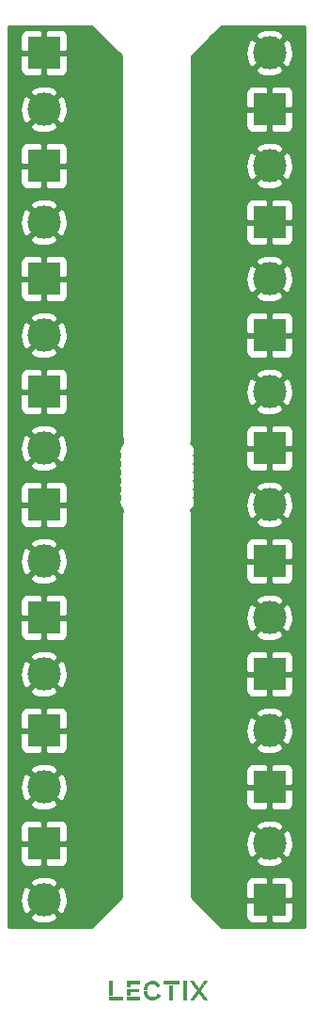
<source format=gtl>
G04 #@! TF.GenerationSoftware,KiCad,Pcbnew,6.0.9-8da3e8f707~116~ubuntu20.04.1*
G04 #@! TF.CreationDate,2023-04-19T17:44:35+00:00*
G04 #@! TF.ProjectId,LEC030201,4c454330-3330-4323-9031-2e6b69636164,rev?*
G04 #@! TF.SameCoordinates,Original*
G04 #@! TF.FileFunction,Copper,L1,Top*
G04 #@! TF.FilePolarity,Positive*
%FSLAX46Y46*%
G04 Gerber Fmt 4.6, Leading zero omitted, Abs format (unit mm)*
G04 Created by KiCad (PCBNEW 6.0.9-8da3e8f707~116~ubuntu20.04.1) date 2023-04-19 17:44:35*
%MOMM*%
%LPD*%
G01*
G04 APERTURE LIST*
G04 #@! TA.AperFunction,EtchedComponent*
%ADD10C,0.010000*%
G04 #@! TD*
G04 #@! TA.AperFunction,ComponentPad*
%ADD11R,3.000000X3.000000*%
G04 #@! TD*
G04 #@! TA.AperFunction,ComponentPad*
%ADD12C,3.000000*%
G04 #@! TD*
G04 #@! TA.AperFunction,Conductor*
%ADD13C,0.254000*%
G04 #@! TD*
G04 APERTURE END LIST*
G04 #@! TO.C,LOGO1*
G36*
X191472820Y-142127860D02*
G01*
X190599060Y-142127860D01*
X190599060Y-142440280D01*
X190375540Y-142440280D01*
X190375540Y-141906880D01*
X191472820Y-141906880D01*
X191472820Y-142127860D01*
G37*
D10*
X191472820Y-142127860D02*
X190599060Y-142127860D01*
X190599060Y-142440280D01*
X190375540Y-142440280D01*
X190375540Y-141906880D01*
X191472820Y-141906880D01*
X191472820Y-142127860D01*
G36*
X195658740Y-143585820D02*
G01*
X195437760Y-143585820D01*
X195437760Y-141914500D01*
X195658740Y-141914500D01*
X195658740Y-143585820D01*
G37*
X195658740Y-143585820D02*
X195437760Y-143585820D01*
X195437760Y-141914500D01*
X195658740Y-141914500D01*
X195658740Y-143585820D01*
G36*
X192666209Y-141911115D02*
G01*
X192687949Y-141911898D01*
X192706476Y-141913135D01*
X192714880Y-141914013D01*
X192776536Y-141924111D01*
X192836482Y-141938858D01*
X192894502Y-141958120D01*
X192950380Y-141981760D01*
X193003901Y-142009642D01*
X193054850Y-142041632D01*
X193103012Y-142077592D01*
X193148171Y-142117388D01*
X193190111Y-142160884D01*
X193228617Y-142207944D01*
X193263475Y-142258433D01*
X193264753Y-142260462D01*
X193270950Y-142270604D01*
X193275873Y-142279176D01*
X193279032Y-142285284D01*
X193279933Y-142288034D01*
X193279927Y-142288046D01*
X193277616Y-142289794D01*
X193271584Y-142293936D01*
X193262376Y-142300116D01*
X193250541Y-142307976D01*
X193236627Y-142317159D01*
X193221181Y-142327308D01*
X193204750Y-142338066D01*
X193187883Y-142349075D01*
X193171127Y-142359979D01*
X193155029Y-142370419D01*
X193140138Y-142380039D01*
X193127000Y-142388482D01*
X193116165Y-142395390D01*
X193108178Y-142400407D01*
X193103588Y-142403174D01*
X193102794Y-142403584D01*
X193099968Y-142402718D01*
X193095905Y-142398095D01*
X193090305Y-142389339D01*
X193087184Y-142383914D01*
X193070089Y-142356428D01*
X193049427Y-142328002D01*
X193026229Y-142299852D01*
X193001528Y-142273197D01*
X192976356Y-142249254D01*
X192964480Y-142239140D01*
X192923846Y-142209172D01*
X192880247Y-142183127D01*
X192834196Y-142161226D01*
X192786208Y-142143690D01*
X192736797Y-142130740D01*
X192696452Y-142123813D01*
X192674946Y-142121768D01*
X192650221Y-142120722D01*
X192623760Y-142120637D01*
X192597045Y-142121480D01*
X192571557Y-142123214D01*
X192548779Y-142125804D01*
X192537826Y-142127603D01*
X192487286Y-142139608D01*
X192438775Y-142156099D01*
X192392534Y-142176857D01*
X192348804Y-142201666D01*
X192307826Y-142230308D01*
X192269841Y-142262566D01*
X192235090Y-142298223D01*
X192203814Y-142337062D01*
X192176252Y-142378864D01*
X192152648Y-142423413D01*
X192133240Y-142470492D01*
X192123199Y-142501621D01*
X192112556Y-142546052D01*
X192105928Y-142592105D01*
X192103432Y-142630145D01*
X192102028Y-142671420D01*
X191881031Y-142671420D01*
X191882507Y-142626335D01*
X191886951Y-142566765D01*
X191896239Y-142508219D01*
X191910196Y-142450945D01*
X191928643Y-142395192D01*
X191951405Y-142341206D01*
X191978306Y-142289239D01*
X192009168Y-142239537D01*
X192043816Y-142192349D01*
X192082073Y-142147923D01*
X192123762Y-142106510D01*
X192168708Y-142068355D01*
X192216733Y-142033709D01*
X192267661Y-142002820D01*
X192321316Y-141975936D01*
X192354200Y-141962046D01*
X192407077Y-141943465D01*
X192461789Y-141928763D01*
X192519205Y-141917716D01*
X192534540Y-141915434D01*
X192550719Y-141913688D01*
X192570782Y-141912339D01*
X192593544Y-141911399D01*
X192617825Y-141910875D01*
X192642441Y-141910777D01*
X192666209Y-141911115D01*
G37*
X192666209Y-141911115D02*
X192687949Y-141911898D01*
X192706476Y-141913135D01*
X192714880Y-141914013D01*
X192776536Y-141924111D01*
X192836482Y-141938858D01*
X192894502Y-141958120D01*
X192950380Y-141981760D01*
X193003901Y-142009642D01*
X193054850Y-142041632D01*
X193103012Y-142077592D01*
X193148171Y-142117388D01*
X193190111Y-142160884D01*
X193228617Y-142207944D01*
X193263475Y-142258433D01*
X193264753Y-142260462D01*
X193270950Y-142270604D01*
X193275873Y-142279176D01*
X193279032Y-142285284D01*
X193279933Y-142288034D01*
X193279927Y-142288046D01*
X193277616Y-142289794D01*
X193271584Y-142293936D01*
X193262376Y-142300116D01*
X193250541Y-142307976D01*
X193236627Y-142317159D01*
X193221181Y-142327308D01*
X193204750Y-142338066D01*
X193187883Y-142349075D01*
X193171127Y-142359979D01*
X193155029Y-142370419D01*
X193140138Y-142380039D01*
X193127000Y-142388482D01*
X193116165Y-142395390D01*
X193108178Y-142400407D01*
X193103588Y-142403174D01*
X193102794Y-142403584D01*
X193099968Y-142402718D01*
X193095905Y-142398095D01*
X193090305Y-142389339D01*
X193087184Y-142383914D01*
X193070089Y-142356428D01*
X193049427Y-142328002D01*
X193026229Y-142299852D01*
X193001528Y-142273197D01*
X192976356Y-142249254D01*
X192964480Y-142239140D01*
X192923846Y-142209172D01*
X192880247Y-142183127D01*
X192834196Y-142161226D01*
X192786208Y-142143690D01*
X192736797Y-142130740D01*
X192696452Y-142123813D01*
X192674946Y-142121768D01*
X192650221Y-142120722D01*
X192623760Y-142120637D01*
X192597045Y-142121480D01*
X192571557Y-142123214D01*
X192548779Y-142125804D01*
X192537826Y-142127603D01*
X192487286Y-142139608D01*
X192438775Y-142156099D01*
X192392534Y-142176857D01*
X192348804Y-142201666D01*
X192307826Y-142230308D01*
X192269841Y-142262566D01*
X192235090Y-142298223D01*
X192203814Y-142337062D01*
X192176252Y-142378864D01*
X192152648Y-142423413D01*
X192133240Y-142470492D01*
X192123199Y-142501621D01*
X192112556Y-142546052D01*
X192105928Y-142592105D01*
X192103432Y-142630145D01*
X192102028Y-142671420D01*
X191881031Y-142671420D01*
X191882507Y-142626335D01*
X191886951Y-142566765D01*
X191896239Y-142508219D01*
X191910196Y-142450945D01*
X191928643Y-142395192D01*
X191951405Y-142341206D01*
X191978306Y-142289239D01*
X192009168Y-142239537D01*
X192043816Y-142192349D01*
X192082073Y-142147923D01*
X192123762Y-142106510D01*
X192168708Y-142068355D01*
X192216733Y-142033709D01*
X192267661Y-142002820D01*
X192321316Y-141975936D01*
X192354200Y-141962046D01*
X192407077Y-141943465D01*
X192461789Y-141928763D01*
X192519205Y-141917716D01*
X192534540Y-141915434D01*
X192550719Y-141913688D01*
X192570782Y-141912339D01*
X192593544Y-141911399D01*
X192617825Y-141910875D01*
X192642441Y-141910777D01*
X192666209Y-141911115D01*
G36*
X189928500Y-143593440D02*
G01*
X188780420Y-143593440D01*
X188780420Y-143369920D01*
X189928500Y-143369920D01*
X189928500Y-143593440D01*
G37*
X189928500Y-143593440D02*
X188780420Y-143593440D01*
X188780420Y-143369920D01*
X189928500Y-143369920D01*
X189928500Y-143593440D01*
G36*
X192098402Y-142875255D02*
G01*
X192103120Y-142924642D01*
X192112714Y-142973391D01*
X192126988Y-143021126D01*
X192145743Y-143067472D01*
X192168784Y-143112055D01*
X192195913Y-143154500D01*
X192226933Y-143194432D01*
X192261648Y-143231476D01*
X192299860Y-143265258D01*
X192305940Y-143270066D01*
X192346038Y-143298193D01*
X192389345Y-143322754D01*
X192435214Y-143343491D01*
X192482999Y-143360147D01*
X192532054Y-143372466D01*
X192581733Y-143380191D01*
X192583061Y-143380331D01*
X192604417Y-143381812D01*
X192629012Y-143382277D01*
X192655170Y-143381784D01*
X192681216Y-143380393D01*
X192705475Y-143378161D01*
X192725040Y-143375369D01*
X192775420Y-143363968D01*
X192824171Y-143348011D01*
X192870973Y-143327722D01*
X192915506Y-143303326D01*
X192957447Y-143275050D01*
X192996477Y-143243119D01*
X193032275Y-143207757D01*
X193064521Y-143169189D01*
X193092893Y-143127642D01*
X193103459Y-143109570D01*
X193107764Y-143101866D01*
X193110977Y-143096162D01*
X193112419Y-143093660D01*
X193112428Y-143093648D01*
X193114718Y-143094589D01*
X193120966Y-143097586D01*
X193130622Y-143102356D01*
X193143134Y-143108617D01*
X193157950Y-143116087D01*
X193174518Y-143124484D01*
X193192288Y-143133526D01*
X193210709Y-143142930D01*
X193229227Y-143152414D01*
X193247292Y-143161697D01*
X193264353Y-143170496D01*
X193279857Y-143178530D01*
X193293254Y-143185515D01*
X193303992Y-143191170D01*
X193311519Y-143195212D01*
X193315284Y-143197360D01*
X193315579Y-143197574D01*
X193316342Y-143199476D01*
X193315650Y-143202864D01*
X193313236Y-143208246D01*
X193308829Y-143216130D01*
X193302161Y-143227022D01*
X193292963Y-143241432D01*
X193289532Y-143246730D01*
X193253745Y-143297247D01*
X193214233Y-143344456D01*
X193171253Y-143388181D01*
X193125061Y-143428245D01*
X193075915Y-143464473D01*
X193024071Y-143496690D01*
X192969786Y-143524719D01*
X192913317Y-143548386D01*
X192854922Y-143567513D01*
X192801386Y-143580608D01*
X192780451Y-143584715D01*
X192761307Y-143587937D01*
X192742786Y-143590387D01*
X192723721Y-143592177D01*
X192702944Y-143593419D01*
X192679286Y-143594226D01*
X192655190Y-143594665D01*
X192636965Y-143594860D01*
X192620071Y-143594960D01*
X192605281Y-143594966D01*
X192593367Y-143594880D01*
X192585103Y-143594704D01*
X192581530Y-143594485D01*
X192575642Y-143593741D01*
X192566310Y-143592630D01*
X192555138Y-143591341D01*
X192549780Y-143590735D01*
X192494003Y-143582047D01*
X192438007Y-143568574D01*
X192382401Y-143550545D01*
X192327794Y-143528188D01*
X192274797Y-143501731D01*
X192224019Y-143471401D01*
X192215770Y-143465955D01*
X192185798Y-143445098D01*
X192159044Y-143424653D01*
X192133942Y-143403317D01*
X192108927Y-143379790D01*
X192093718Y-143364501D01*
X192051520Y-143317656D01*
X192013616Y-143268179D01*
X191980086Y-143216236D01*
X191951014Y-143161994D01*
X191926482Y-143105618D01*
X191906574Y-143047274D01*
X191891371Y-142987129D01*
X191883187Y-142941477D01*
X191881980Y-142932261D01*
X191880577Y-142919810D01*
X191879087Y-142905307D01*
X191877618Y-142889937D01*
X191876281Y-142874885D01*
X191875185Y-142861334D01*
X191874438Y-142850470D01*
X191874150Y-142843505D01*
X191876602Y-142843107D01*
X191883621Y-142842738D01*
X191894692Y-142842405D01*
X191909304Y-142842119D01*
X191926941Y-142841886D01*
X191947091Y-142841717D01*
X191969241Y-142841620D01*
X191985519Y-142841600D01*
X192096899Y-142841600D01*
X192098402Y-142875255D01*
G37*
X192098402Y-142875255D02*
X192103120Y-142924642D01*
X192112714Y-142973391D01*
X192126988Y-143021126D01*
X192145743Y-143067472D01*
X192168784Y-143112055D01*
X192195913Y-143154500D01*
X192226933Y-143194432D01*
X192261648Y-143231476D01*
X192299860Y-143265258D01*
X192305940Y-143270066D01*
X192346038Y-143298193D01*
X192389345Y-143322754D01*
X192435214Y-143343491D01*
X192482999Y-143360147D01*
X192532054Y-143372466D01*
X192581733Y-143380191D01*
X192583061Y-143380331D01*
X192604417Y-143381812D01*
X192629012Y-143382277D01*
X192655170Y-143381784D01*
X192681216Y-143380393D01*
X192705475Y-143378161D01*
X192725040Y-143375369D01*
X192775420Y-143363968D01*
X192824171Y-143348011D01*
X192870973Y-143327722D01*
X192915506Y-143303326D01*
X192957447Y-143275050D01*
X192996477Y-143243119D01*
X193032275Y-143207757D01*
X193064521Y-143169189D01*
X193092893Y-143127642D01*
X193103459Y-143109570D01*
X193107764Y-143101866D01*
X193110977Y-143096162D01*
X193112419Y-143093660D01*
X193112428Y-143093648D01*
X193114718Y-143094589D01*
X193120966Y-143097586D01*
X193130622Y-143102356D01*
X193143134Y-143108617D01*
X193157950Y-143116087D01*
X193174518Y-143124484D01*
X193192288Y-143133526D01*
X193210709Y-143142930D01*
X193229227Y-143152414D01*
X193247292Y-143161697D01*
X193264353Y-143170496D01*
X193279857Y-143178530D01*
X193293254Y-143185515D01*
X193303992Y-143191170D01*
X193311519Y-143195212D01*
X193315284Y-143197360D01*
X193315579Y-143197574D01*
X193316342Y-143199476D01*
X193315650Y-143202864D01*
X193313236Y-143208246D01*
X193308829Y-143216130D01*
X193302161Y-143227022D01*
X193292963Y-143241432D01*
X193289532Y-143246730D01*
X193253745Y-143297247D01*
X193214233Y-143344456D01*
X193171253Y-143388181D01*
X193125061Y-143428245D01*
X193075915Y-143464473D01*
X193024071Y-143496690D01*
X192969786Y-143524719D01*
X192913317Y-143548386D01*
X192854922Y-143567513D01*
X192801386Y-143580608D01*
X192780451Y-143584715D01*
X192761307Y-143587937D01*
X192742786Y-143590387D01*
X192723721Y-143592177D01*
X192702944Y-143593419D01*
X192679286Y-143594226D01*
X192655190Y-143594665D01*
X192636965Y-143594860D01*
X192620071Y-143594960D01*
X192605281Y-143594966D01*
X192593367Y-143594880D01*
X192585103Y-143594704D01*
X192581530Y-143594485D01*
X192575642Y-143593741D01*
X192566310Y-143592630D01*
X192555138Y-143591341D01*
X192549780Y-143590735D01*
X192494003Y-143582047D01*
X192438007Y-143568574D01*
X192382401Y-143550545D01*
X192327794Y-143528188D01*
X192274797Y-143501731D01*
X192224019Y-143471401D01*
X192215770Y-143465955D01*
X192185798Y-143445098D01*
X192159044Y-143424653D01*
X192133942Y-143403317D01*
X192108927Y-143379790D01*
X192093718Y-143364501D01*
X192051520Y-143317656D01*
X192013616Y-143268179D01*
X191980086Y-143216236D01*
X191951014Y-143161994D01*
X191926482Y-143105618D01*
X191906574Y-143047274D01*
X191891371Y-142987129D01*
X191883187Y-142941477D01*
X191881980Y-142932261D01*
X191880577Y-142919810D01*
X191879087Y-142905307D01*
X191877618Y-142889937D01*
X191876281Y-142874885D01*
X191875185Y-142861334D01*
X191874438Y-142850470D01*
X191874150Y-142843505D01*
X191876602Y-142843107D01*
X191883621Y-142842738D01*
X191894692Y-142842405D01*
X191909304Y-142842119D01*
X191926941Y-142841886D01*
X191947091Y-142841717D01*
X191969241Y-142841620D01*
X191985519Y-142841600D01*
X192096899Y-142841600D01*
X192098402Y-142875255D01*
G36*
X194990720Y-142135480D02*
G01*
X193621660Y-142135480D01*
X193621660Y-141914500D01*
X194990720Y-141914500D01*
X194990720Y-142135480D01*
G37*
X194990720Y-142135480D02*
X193621660Y-142135480D01*
X193621660Y-141914500D01*
X194990720Y-141914500D01*
X194990720Y-142135480D01*
G36*
X189001400Y-143192120D02*
G01*
X188780420Y-143192120D01*
X188780420Y-141917040D01*
X189001400Y-141917040D01*
X189001400Y-143192120D01*
G37*
X189001400Y-143192120D02*
X188780420Y-143192120D01*
X188780420Y-141917040D01*
X189001400Y-141917040D01*
X189001400Y-143192120D01*
G36*
X196300968Y-141914500D02*
G01*
X196506269Y-142197044D01*
X196530799Y-142230835D01*
X196554493Y-142263537D01*
X196577180Y-142294909D01*
X196598689Y-142324714D01*
X196618848Y-142352711D01*
X196637487Y-142378663D01*
X196654435Y-142402329D01*
X196669520Y-142423470D01*
X196682571Y-142441848D01*
X196693418Y-142457223D01*
X196701889Y-142469356D01*
X196707814Y-142478009D01*
X196711021Y-142482942D01*
X196711570Y-142484021D01*
X196710129Y-142487001D01*
X196706077Y-142493439D01*
X196699817Y-142502779D01*
X196691755Y-142514461D01*
X196682293Y-142527928D01*
X196671838Y-142542622D01*
X196660793Y-142557984D01*
X196649562Y-142573457D01*
X196638551Y-142588483D01*
X196628162Y-142602504D01*
X196618801Y-142614962D01*
X196610872Y-142625298D01*
X196604779Y-142632955D01*
X196600927Y-142637375D01*
X196599810Y-142638247D01*
X196598071Y-142636223D01*
X196593504Y-142630295D01*
X196586264Y-142620671D01*
X196576502Y-142607561D01*
X196564373Y-142591174D01*
X196550029Y-142571719D01*
X196533625Y-142549405D01*
X196515313Y-142524442D01*
X196495247Y-142497037D01*
X196473579Y-142467402D01*
X196450465Y-142435743D01*
X196426056Y-142402272D01*
X196400506Y-142367196D01*
X196373968Y-142330724D01*
X196346596Y-142293067D01*
X196338190Y-142281493D01*
X196310558Y-142243445D01*
X196283707Y-142206468D01*
X196257789Y-142170772D01*
X196232960Y-142136572D01*
X196209374Y-142104081D01*
X196187186Y-142073511D01*
X196166549Y-142045075D01*
X196147618Y-142018985D01*
X196130548Y-141995456D01*
X196115493Y-141974699D01*
X196102608Y-141956927D01*
X196092047Y-141942354D01*
X196083964Y-141931192D01*
X196078514Y-141923654D01*
X196075851Y-141919952D01*
X196075625Y-141919630D01*
X196074877Y-141918417D01*
X196074715Y-141917412D01*
X196075563Y-141916595D01*
X196077844Y-141915947D01*
X196081981Y-141915449D01*
X196088399Y-141915081D01*
X196097522Y-141914823D01*
X196109772Y-141914655D01*
X196125573Y-141914559D01*
X196145349Y-141914514D01*
X196169525Y-141914500D01*
X196186554Y-141914499D01*
X196300968Y-141914500D01*
G37*
X196300968Y-141914500D02*
X196506269Y-142197044D01*
X196530799Y-142230835D01*
X196554493Y-142263537D01*
X196577180Y-142294909D01*
X196598689Y-142324714D01*
X196618848Y-142352711D01*
X196637487Y-142378663D01*
X196654435Y-142402329D01*
X196669520Y-142423470D01*
X196682571Y-142441848D01*
X196693418Y-142457223D01*
X196701889Y-142469356D01*
X196707814Y-142478009D01*
X196711021Y-142482942D01*
X196711570Y-142484021D01*
X196710129Y-142487001D01*
X196706077Y-142493439D01*
X196699817Y-142502779D01*
X196691755Y-142514461D01*
X196682293Y-142527928D01*
X196671838Y-142542622D01*
X196660793Y-142557984D01*
X196649562Y-142573457D01*
X196638551Y-142588483D01*
X196628162Y-142602504D01*
X196618801Y-142614962D01*
X196610872Y-142625298D01*
X196604779Y-142632955D01*
X196600927Y-142637375D01*
X196599810Y-142638247D01*
X196598071Y-142636223D01*
X196593504Y-142630295D01*
X196586264Y-142620671D01*
X196576502Y-142607561D01*
X196564373Y-142591174D01*
X196550029Y-142571719D01*
X196533625Y-142549405D01*
X196515313Y-142524442D01*
X196495247Y-142497037D01*
X196473579Y-142467402D01*
X196450465Y-142435743D01*
X196426056Y-142402272D01*
X196400506Y-142367196D01*
X196373968Y-142330724D01*
X196346596Y-142293067D01*
X196338190Y-142281493D01*
X196310558Y-142243445D01*
X196283707Y-142206468D01*
X196257789Y-142170772D01*
X196232960Y-142136572D01*
X196209374Y-142104081D01*
X196187186Y-142073511D01*
X196166549Y-142045075D01*
X196147618Y-142018985D01*
X196130548Y-141995456D01*
X196115493Y-141974699D01*
X196102608Y-141956927D01*
X196092047Y-141942354D01*
X196083964Y-141931192D01*
X196078514Y-141923654D01*
X196075851Y-141919952D01*
X196075625Y-141919630D01*
X196074877Y-141918417D01*
X196074715Y-141917412D01*
X196075563Y-141916595D01*
X196077844Y-141915947D01*
X196081981Y-141915449D01*
X196088399Y-141915081D01*
X196097522Y-141914823D01*
X196109772Y-141914655D01*
X196125573Y-141914559D01*
X196145349Y-141914514D01*
X196169525Y-141914500D01*
X196186554Y-141914499D01*
X196300968Y-141914500D01*
G36*
X191472820Y-143593440D02*
G01*
X190380620Y-143593440D01*
X190380620Y-143369920D01*
X191472820Y-143369920D01*
X191472820Y-143593440D01*
G37*
X191472820Y-143593440D02*
X190380620Y-143593440D01*
X190380620Y-143369920D01*
X191472820Y-143369920D01*
X191472820Y-143593440D01*
G36*
X197416304Y-141920092D02*
G01*
X197434850Y-141920188D01*
X197548296Y-141920850D01*
X197242148Y-142339183D01*
X197212064Y-142380298D01*
X197182787Y-142420325D01*
X197154458Y-142459069D01*
X197127217Y-142496338D01*
X197101206Y-142531940D01*
X197076566Y-142565680D01*
X197053436Y-142597366D01*
X197031957Y-142626806D01*
X197012271Y-142653806D01*
X196994518Y-142678172D01*
X196978839Y-142699713D01*
X196965374Y-142718236D01*
X196954265Y-142733546D01*
X196945651Y-142745452D01*
X196939674Y-142753760D01*
X196936474Y-142758277D01*
X196935946Y-142759087D01*
X196937407Y-142761269D01*
X196941707Y-142767370D01*
X196948703Y-142777192D01*
X196958256Y-142790541D01*
X196970224Y-142807220D01*
X196984465Y-142827032D01*
X197000838Y-142849783D01*
X197019202Y-142875275D01*
X197039416Y-142903314D01*
X197061337Y-142933701D01*
X197084825Y-142966243D01*
X197109739Y-143000742D01*
X197135938Y-143037003D01*
X197163279Y-143074829D01*
X197191622Y-143114025D01*
X197220825Y-143154395D01*
X197232671Y-143170766D01*
X197262190Y-143211564D01*
X197290913Y-143251274D01*
X197318699Y-143289701D01*
X197345405Y-143326647D01*
X197370889Y-143361916D01*
X197395010Y-143395310D01*
X197417626Y-143426635D01*
X197438595Y-143455692D01*
X197457775Y-143482285D01*
X197475025Y-143506218D01*
X197490202Y-143527293D01*
X197503164Y-143545315D01*
X197513770Y-143560086D01*
X197521878Y-143571411D01*
X197527346Y-143579091D01*
X197530033Y-143582932D01*
X197530296Y-143583347D01*
X197528016Y-143583981D01*
X197520822Y-143584522D01*
X197508878Y-143584969D01*
X197492349Y-143585317D01*
X197471400Y-143585563D01*
X197446196Y-143585703D01*
X197417266Y-143585734D01*
X197303390Y-143585649D01*
X197062090Y-143251780D01*
X197035526Y-143215037D01*
X197009765Y-143179426D01*
X196984965Y-143145163D01*
X196961283Y-143112466D01*
X196938876Y-143081550D01*
X196917902Y-143052632D01*
X196898517Y-143025929D01*
X196880880Y-143001658D01*
X196865147Y-142980034D01*
X196851475Y-142961274D01*
X196840023Y-142945596D01*
X196830948Y-142933215D01*
X196824406Y-142924347D01*
X196820556Y-142919211D01*
X196819520Y-142917933D01*
X196817906Y-142919950D01*
X196813455Y-142925854D01*
X196806324Y-142935427D01*
X196796674Y-142948455D01*
X196784661Y-142964722D01*
X196770447Y-142984010D01*
X196754188Y-143006106D01*
X196736044Y-143030791D01*
X196716173Y-143057851D01*
X196694734Y-143087070D01*
X196671887Y-143118231D01*
X196647789Y-143151119D01*
X196622600Y-143185518D01*
X196596477Y-143221211D01*
X196575680Y-143249644D01*
X196548925Y-143286214D01*
X196522965Y-143321667D01*
X196497961Y-143355786D01*
X196474072Y-143388355D01*
X196451458Y-143419156D01*
X196430279Y-143447973D01*
X196410693Y-143474589D01*
X196392863Y-143498787D01*
X196376946Y-143520350D01*
X196363102Y-143539061D01*
X196351493Y-143554704D01*
X196342276Y-143567061D01*
X196335613Y-143575916D01*
X196331662Y-143581051D01*
X196330570Y-143582335D01*
X196327574Y-143582529D01*
X196320025Y-143582680D01*
X196308450Y-143582789D01*
X196293375Y-143582853D01*
X196275327Y-143582870D01*
X196254833Y-143582839D01*
X196232419Y-143582759D01*
X196215648Y-143582672D01*
X196103267Y-143582010D01*
X196709225Y-142753970D01*
X196751717Y-142695907D01*
X196793457Y-142638878D01*
X196834343Y-142583019D01*
X196874276Y-142528469D01*
X196913154Y-142475363D01*
X196950878Y-142423839D01*
X196987347Y-142374036D01*
X197022459Y-142326089D01*
X197056115Y-142280136D01*
X197088214Y-142236314D01*
X197118655Y-142194761D01*
X197147338Y-142155614D01*
X197174162Y-142119011D01*
X197199027Y-142085087D01*
X197221832Y-142053981D01*
X197242477Y-142025831D01*
X197260860Y-142000772D01*
X197276882Y-141978943D01*
X197290441Y-141960481D01*
X197301437Y-141945522D01*
X197309771Y-141934205D01*
X197315340Y-141926667D01*
X197318045Y-141923044D01*
X197318294Y-141922728D01*
X197320129Y-141921936D01*
X197324193Y-141921292D01*
X197330860Y-141920789D01*
X197340504Y-141920418D01*
X197353497Y-141920171D01*
X197370212Y-141920039D01*
X197391024Y-141920016D01*
X197416304Y-141920092D01*
G37*
X197416304Y-141920092D02*
X197434850Y-141920188D01*
X197548296Y-141920850D01*
X197242148Y-142339183D01*
X197212064Y-142380298D01*
X197182787Y-142420325D01*
X197154458Y-142459069D01*
X197127217Y-142496338D01*
X197101206Y-142531940D01*
X197076566Y-142565680D01*
X197053436Y-142597366D01*
X197031957Y-142626806D01*
X197012271Y-142653806D01*
X196994518Y-142678172D01*
X196978839Y-142699713D01*
X196965374Y-142718236D01*
X196954265Y-142733546D01*
X196945651Y-142745452D01*
X196939674Y-142753760D01*
X196936474Y-142758277D01*
X196935946Y-142759087D01*
X196937407Y-142761269D01*
X196941707Y-142767370D01*
X196948703Y-142777192D01*
X196958256Y-142790541D01*
X196970224Y-142807220D01*
X196984465Y-142827032D01*
X197000838Y-142849783D01*
X197019202Y-142875275D01*
X197039416Y-142903314D01*
X197061337Y-142933701D01*
X197084825Y-142966243D01*
X197109739Y-143000742D01*
X197135938Y-143037003D01*
X197163279Y-143074829D01*
X197191622Y-143114025D01*
X197220825Y-143154395D01*
X197232671Y-143170766D01*
X197262190Y-143211564D01*
X197290913Y-143251274D01*
X197318699Y-143289701D01*
X197345405Y-143326647D01*
X197370889Y-143361916D01*
X197395010Y-143395310D01*
X197417626Y-143426635D01*
X197438595Y-143455692D01*
X197457775Y-143482285D01*
X197475025Y-143506218D01*
X197490202Y-143527293D01*
X197503164Y-143545315D01*
X197513770Y-143560086D01*
X197521878Y-143571411D01*
X197527346Y-143579091D01*
X197530033Y-143582932D01*
X197530296Y-143583347D01*
X197528016Y-143583981D01*
X197520822Y-143584522D01*
X197508878Y-143584969D01*
X197492349Y-143585317D01*
X197471400Y-143585563D01*
X197446196Y-143585703D01*
X197417266Y-143585734D01*
X197303390Y-143585649D01*
X197062090Y-143251780D01*
X197035526Y-143215037D01*
X197009765Y-143179426D01*
X196984965Y-143145163D01*
X196961283Y-143112466D01*
X196938876Y-143081550D01*
X196917902Y-143052632D01*
X196898517Y-143025929D01*
X196880880Y-143001658D01*
X196865147Y-142980034D01*
X196851475Y-142961274D01*
X196840023Y-142945596D01*
X196830948Y-142933215D01*
X196824406Y-142924347D01*
X196820556Y-142919211D01*
X196819520Y-142917933D01*
X196817906Y-142919950D01*
X196813455Y-142925854D01*
X196806324Y-142935427D01*
X196796674Y-142948455D01*
X196784661Y-142964722D01*
X196770447Y-142984010D01*
X196754188Y-143006106D01*
X196736044Y-143030791D01*
X196716173Y-143057851D01*
X196694734Y-143087070D01*
X196671887Y-143118231D01*
X196647789Y-143151119D01*
X196622600Y-143185518D01*
X196596477Y-143221211D01*
X196575680Y-143249644D01*
X196548925Y-143286214D01*
X196522965Y-143321667D01*
X196497961Y-143355786D01*
X196474072Y-143388355D01*
X196451458Y-143419156D01*
X196430279Y-143447973D01*
X196410693Y-143474589D01*
X196392863Y-143498787D01*
X196376946Y-143520350D01*
X196363102Y-143539061D01*
X196351493Y-143554704D01*
X196342276Y-143567061D01*
X196335613Y-143575916D01*
X196331662Y-143581051D01*
X196330570Y-143582335D01*
X196327574Y-143582529D01*
X196320025Y-143582680D01*
X196308450Y-143582789D01*
X196293375Y-143582853D01*
X196275327Y-143582870D01*
X196254833Y-143582839D01*
X196232419Y-143582759D01*
X196215648Y-143582672D01*
X196103267Y-143582010D01*
X196709225Y-142753970D01*
X196751717Y-142695907D01*
X196793457Y-142638878D01*
X196834343Y-142583019D01*
X196874276Y-142528469D01*
X196913154Y-142475363D01*
X196950878Y-142423839D01*
X196987347Y-142374036D01*
X197022459Y-142326089D01*
X197056115Y-142280136D01*
X197088214Y-142236314D01*
X197118655Y-142194761D01*
X197147338Y-142155614D01*
X197174162Y-142119011D01*
X197199027Y-142085087D01*
X197221832Y-142053981D01*
X197242477Y-142025831D01*
X197260860Y-142000772D01*
X197276882Y-141978943D01*
X197290441Y-141960481D01*
X197301437Y-141945522D01*
X197309771Y-141934205D01*
X197315340Y-141926667D01*
X197318045Y-141923044D01*
X197318294Y-141922728D01*
X197320129Y-141921936D01*
X197324193Y-141921292D01*
X197330860Y-141920789D01*
X197340504Y-141920418D01*
X197353497Y-141920171D01*
X197370212Y-141920039D01*
X197391024Y-141920016D01*
X197416304Y-141920092D01*
G36*
X191358520Y-142849220D02*
G01*
X190599060Y-142849220D01*
X190599060Y-143192120D01*
X190378080Y-143192120D01*
X190378080Y-142625700D01*
X191358520Y-142625700D01*
X191358520Y-142849220D01*
G37*
X191358520Y-142849220D02*
X190599060Y-142849220D01*
X190599060Y-143192120D01*
X190378080Y-143192120D01*
X190378080Y-142625700D01*
X191358520Y-142625700D01*
X191358520Y-142849220D01*
G36*
X194411600Y-143585820D02*
G01*
X194190620Y-143585820D01*
X194190620Y-142303120D01*
X194411600Y-142303120D01*
X194411600Y-143585820D01*
G37*
X194411600Y-143585820D02*
X194190620Y-143585820D01*
X194190620Y-142303120D01*
X194411600Y-142303120D01*
X194411600Y-143585820D01*
G04 #@! TD*
D11*
G04 #@! TO.P,J9,1*
G04 #@! TO.N,/blue*
X203200000Y-134620000D03*
D12*
G04 #@! TO.P,J9,2*
X203200000Y-129540000D03*
G04 #@! TD*
D11*
G04 #@! TO.P,J10,1*
G04 #@! TO.N,/blue*
X203200000Y-124460000D03*
D12*
G04 #@! TO.P,J10,2*
X203200000Y-119380000D03*
G04 #@! TD*
D11*
G04 #@! TO.P,J11,1*
G04 #@! TO.N,/blue*
X203200000Y-114300000D03*
D12*
G04 #@! TO.P,J11,2*
X203200000Y-109220000D03*
G04 #@! TD*
D11*
G04 #@! TO.P,J12,1*
G04 #@! TO.N,/blue*
X203200000Y-104140000D03*
D12*
G04 #@! TO.P,J12,2*
X203200000Y-99060000D03*
G04 #@! TD*
D11*
G04 #@! TO.P,J2,1*
G04 #@! TO.N,/green*
X182880000Y-78740000D03*
D12*
G04 #@! TO.P,J2,2*
X182880000Y-83820000D03*
G04 #@! TD*
D11*
G04 #@! TO.P,J1,1*
G04 #@! TO.N,/green*
X182880000Y-68580000D03*
D12*
G04 #@! TO.P,J1,2*
X182880000Y-73660000D03*
G04 #@! TD*
D11*
G04 #@! TO.P,J4,1*
G04 #@! TO.N,/green*
X182880000Y-88900000D03*
D12*
G04 #@! TO.P,J4,2*
X182880000Y-93980000D03*
G04 #@! TD*
D11*
G04 #@! TO.P,J3,1*
G04 #@! TO.N,/green*
X182880000Y-58420000D03*
D12*
G04 #@! TO.P,J3,2*
X182880000Y-63500000D03*
G04 #@! TD*
D11*
G04 #@! TO.P,J5,1*
G04 #@! TO.N,/green*
X182880000Y-99060000D03*
D12*
G04 #@! TO.P,J5,2*
X182880000Y-104140000D03*
G04 #@! TD*
D11*
G04 #@! TO.P,J6,1*
G04 #@! TO.N,/green*
X182880000Y-109220000D03*
D12*
G04 #@! TO.P,J6,2*
X182880000Y-114300000D03*
G04 #@! TD*
D11*
G04 #@! TO.P,J7,1*
G04 #@! TO.N,/green*
X182880000Y-119380000D03*
D12*
G04 #@! TO.P,J7,2*
X182880000Y-124460000D03*
G04 #@! TD*
D11*
G04 #@! TO.P,J8,1*
G04 #@! TO.N,/green*
X182880000Y-129540000D03*
D12*
G04 #@! TO.P,J8,2*
X182880000Y-134620000D03*
G04 #@! TD*
D11*
G04 #@! TO.P,J13,1*
G04 #@! TO.N,/blue*
X203200000Y-93980000D03*
D12*
G04 #@! TO.P,J13,2*
X203200000Y-88900000D03*
G04 #@! TD*
D11*
G04 #@! TO.P,J14,1*
G04 #@! TO.N,/blue*
X203200000Y-83820000D03*
D12*
G04 #@! TO.P,J14,2*
X203200000Y-78740000D03*
G04 #@! TD*
D11*
G04 #@! TO.P,J15,1*
G04 #@! TO.N,/blue*
X203200000Y-73660000D03*
D12*
G04 #@! TO.P,J15,2*
X203200000Y-68580000D03*
G04 #@! TD*
D11*
G04 #@! TO.P,J16,1*
G04 #@! TO.N,/blue*
X203200000Y-63500000D03*
D12*
G04 #@! TO.P,J16,2*
X203200000Y-58420000D03*
G04 #@! TD*
G04 #@! TO.N,/green*
D13*
X189840001Y-58693382D02*
X189840000Y-92742418D01*
X189840227Y-92744718D01*
X189840264Y-92750079D01*
X189843398Y-92779893D01*
X189843398Y-92809868D01*
X189844361Y-92819033D01*
X189899618Y-93311664D01*
X189912054Y-93370172D01*
X189923674Y-93428857D01*
X189926399Y-93437660D01*
X189956559Y-93532735D01*
X189935845Y-93546576D01*
X189812576Y-93669845D01*
X189715723Y-93814795D01*
X189649010Y-93975855D01*
X189615000Y-94146835D01*
X189615000Y-94321165D01*
X189649010Y-94492145D01*
X189699898Y-94615000D01*
X189649010Y-94737855D01*
X189615000Y-94908835D01*
X189615000Y-95083165D01*
X189649010Y-95254145D01*
X189699898Y-95377000D01*
X189649010Y-95499855D01*
X189615000Y-95670835D01*
X189615000Y-95845165D01*
X189649010Y-96016145D01*
X189699898Y-96139000D01*
X189649010Y-96261855D01*
X189615000Y-96432835D01*
X189615000Y-96607165D01*
X189649010Y-96778145D01*
X189699898Y-96901000D01*
X189649010Y-97023855D01*
X189615000Y-97194835D01*
X189615000Y-97369165D01*
X189649010Y-97540145D01*
X189699898Y-97663000D01*
X189649010Y-97785855D01*
X189615000Y-97956835D01*
X189615000Y-98131165D01*
X189649010Y-98302145D01*
X189699898Y-98425000D01*
X189649010Y-98547855D01*
X189615000Y-98718835D01*
X189615000Y-98893165D01*
X189649010Y-99064145D01*
X189715723Y-99225205D01*
X189812576Y-99370155D01*
X189935845Y-99493424D01*
X189958086Y-99508285D01*
X189916543Y-99645884D01*
X189904923Y-99704572D01*
X189892487Y-99763075D01*
X189891524Y-99772240D01*
X189843150Y-100265595D01*
X189840000Y-100297582D01*
X189840001Y-134346618D01*
X187153620Y-137033000D01*
X179730000Y-137033000D01*
X179730000Y-136111653D01*
X181567952Y-136111653D01*
X181723962Y-136427214D01*
X182098745Y-136618020D01*
X182503551Y-136732044D01*
X182922824Y-136764902D01*
X183340451Y-136715334D01*
X183740383Y-136585243D01*
X184036038Y-136427214D01*
X184192048Y-136111653D01*
X182880000Y-134799605D01*
X181567952Y-136111653D01*
X179730000Y-136111653D01*
X179730000Y-134662824D01*
X180735098Y-134662824D01*
X180784666Y-135080451D01*
X180914757Y-135480383D01*
X181072786Y-135776038D01*
X181388347Y-135932048D01*
X182700395Y-134620000D01*
X183059605Y-134620000D01*
X184371653Y-135932048D01*
X184687214Y-135776038D01*
X184878020Y-135401255D01*
X184992044Y-134996449D01*
X185024902Y-134577176D01*
X184975334Y-134159549D01*
X184845243Y-133759617D01*
X184687214Y-133463962D01*
X184371653Y-133307952D01*
X183059605Y-134620000D01*
X182700395Y-134620000D01*
X181388347Y-133307952D01*
X181072786Y-133463962D01*
X180881980Y-133838745D01*
X180767956Y-134243551D01*
X180735098Y-134662824D01*
X179730000Y-134662824D01*
X179730000Y-133128347D01*
X181567952Y-133128347D01*
X182880000Y-134440395D01*
X184192048Y-133128347D01*
X184036038Y-132812786D01*
X183661255Y-132621980D01*
X183256449Y-132507956D01*
X182837176Y-132475098D01*
X182419549Y-132524666D01*
X182019617Y-132654757D01*
X181723962Y-132812786D01*
X181567952Y-133128347D01*
X179730000Y-133128347D01*
X179730000Y-131040000D01*
X180741928Y-131040000D01*
X180754188Y-131164482D01*
X180790498Y-131284180D01*
X180849463Y-131394494D01*
X180928815Y-131491185D01*
X181025506Y-131570537D01*
X181135820Y-131629502D01*
X181255518Y-131665812D01*
X181380000Y-131678072D01*
X182594250Y-131675000D01*
X182753000Y-131516250D01*
X182753000Y-129667000D01*
X183007000Y-129667000D01*
X183007000Y-131516250D01*
X183165750Y-131675000D01*
X184380000Y-131678072D01*
X184504482Y-131665812D01*
X184624180Y-131629502D01*
X184734494Y-131570537D01*
X184831185Y-131491185D01*
X184910537Y-131394494D01*
X184969502Y-131284180D01*
X185005812Y-131164482D01*
X185018072Y-131040000D01*
X185015000Y-129825750D01*
X184856250Y-129667000D01*
X183007000Y-129667000D01*
X182753000Y-129667000D01*
X180903750Y-129667000D01*
X180745000Y-129825750D01*
X180741928Y-131040000D01*
X179730000Y-131040000D01*
X179730000Y-128040000D01*
X180741928Y-128040000D01*
X180745000Y-129254250D01*
X180903750Y-129413000D01*
X182753000Y-129413000D01*
X182753000Y-127563750D01*
X183007000Y-127563750D01*
X183007000Y-129413000D01*
X184856250Y-129413000D01*
X185015000Y-129254250D01*
X185018072Y-128040000D01*
X185005812Y-127915518D01*
X184969502Y-127795820D01*
X184910537Y-127685506D01*
X184831185Y-127588815D01*
X184734494Y-127509463D01*
X184624180Y-127450498D01*
X184504482Y-127414188D01*
X184380000Y-127401928D01*
X183165750Y-127405000D01*
X183007000Y-127563750D01*
X182753000Y-127563750D01*
X182594250Y-127405000D01*
X181380000Y-127401928D01*
X181255518Y-127414188D01*
X181135820Y-127450498D01*
X181025506Y-127509463D01*
X180928815Y-127588815D01*
X180849463Y-127685506D01*
X180790498Y-127795820D01*
X180754188Y-127915518D01*
X180741928Y-128040000D01*
X179730000Y-128040000D01*
X179730000Y-125951653D01*
X181567952Y-125951653D01*
X181723962Y-126267214D01*
X182098745Y-126458020D01*
X182503551Y-126572044D01*
X182922824Y-126604902D01*
X183340451Y-126555334D01*
X183740383Y-126425243D01*
X184036038Y-126267214D01*
X184192048Y-125951653D01*
X182880000Y-124639605D01*
X181567952Y-125951653D01*
X179730000Y-125951653D01*
X179730000Y-124502824D01*
X180735098Y-124502824D01*
X180784666Y-124920451D01*
X180914757Y-125320383D01*
X181072786Y-125616038D01*
X181388347Y-125772048D01*
X182700395Y-124460000D01*
X183059605Y-124460000D01*
X184371653Y-125772048D01*
X184687214Y-125616038D01*
X184878020Y-125241255D01*
X184992044Y-124836449D01*
X185024902Y-124417176D01*
X184975334Y-123999549D01*
X184845243Y-123599617D01*
X184687214Y-123303962D01*
X184371653Y-123147952D01*
X183059605Y-124460000D01*
X182700395Y-124460000D01*
X181388347Y-123147952D01*
X181072786Y-123303962D01*
X180881980Y-123678745D01*
X180767956Y-124083551D01*
X180735098Y-124502824D01*
X179730000Y-124502824D01*
X179730000Y-122968347D01*
X181567952Y-122968347D01*
X182880000Y-124280395D01*
X184192048Y-122968347D01*
X184036038Y-122652786D01*
X183661255Y-122461980D01*
X183256449Y-122347956D01*
X182837176Y-122315098D01*
X182419549Y-122364666D01*
X182019617Y-122494757D01*
X181723962Y-122652786D01*
X181567952Y-122968347D01*
X179730000Y-122968347D01*
X179730000Y-120880000D01*
X180741928Y-120880000D01*
X180754188Y-121004482D01*
X180790498Y-121124180D01*
X180849463Y-121234494D01*
X180928815Y-121331185D01*
X181025506Y-121410537D01*
X181135820Y-121469502D01*
X181255518Y-121505812D01*
X181380000Y-121518072D01*
X182594250Y-121515000D01*
X182753000Y-121356250D01*
X182753000Y-119507000D01*
X183007000Y-119507000D01*
X183007000Y-121356250D01*
X183165750Y-121515000D01*
X184380000Y-121518072D01*
X184504482Y-121505812D01*
X184624180Y-121469502D01*
X184734494Y-121410537D01*
X184831185Y-121331185D01*
X184910537Y-121234494D01*
X184969502Y-121124180D01*
X185005812Y-121004482D01*
X185018072Y-120880000D01*
X185015000Y-119665750D01*
X184856250Y-119507000D01*
X183007000Y-119507000D01*
X182753000Y-119507000D01*
X180903750Y-119507000D01*
X180745000Y-119665750D01*
X180741928Y-120880000D01*
X179730000Y-120880000D01*
X179730000Y-117880000D01*
X180741928Y-117880000D01*
X180745000Y-119094250D01*
X180903750Y-119253000D01*
X182753000Y-119253000D01*
X182753000Y-117403750D01*
X183007000Y-117403750D01*
X183007000Y-119253000D01*
X184856250Y-119253000D01*
X185015000Y-119094250D01*
X185018072Y-117880000D01*
X185005812Y-117755518D01*
X184969502Y-117635820D01*
X184910537Y-117525506D01*
X184831185Y-117428815D01*
X184734494Y-117349463D01*
X184624180Y-117290498D01*
X184504482Y-117254188D01*
X184380000Y-117241928D01*
X183165750Y-117245000D01*
X183007000Y-117403750D01*
X182753000Y-117403750D01*
X182594250Y-117245000D01*
X181380000Y-117241928D01*
X181255518Y-117254188D01*
X181135820Y-117290498D01*
X181025506Y-117349463D01*
X180928815Y-117428815D01*
X180849463Y-117525506D01*
X180790498Y-117635820D01*
X180754188Y-117755518D01*
X180741928Y-117880000D01*
X179730000Y-117880000D01*
X179730000Y-115791653D01*
X181567952Y-115791653D01*
X181723962Y-116107214D01*
X182098745Y-116298020D01*
X182503551Y-116412044D01*
X182922824Y-116444902D01*
X183340451Y-116395334D01*
X183740383Y-116265243D01*
X184036038Y-116107214D01*
X184192048Y-115791653D01*
X182880000Y-114479605D01*
X181567952Y-115791653D01*
X179730000Y-115791653D01*
X179730000Y-114342824D01*
X180735098Y-114342824D01*
X180784666Y-114760451D01*
X180914757Y-115160383D01*
X181072786Y-115456038D01*
X181388347Y-115612048D01*
X182700395Y-114300000D01*
X183059605Y-114300000D01*
X184371653Y-115612048D01*
X184687214Y-115456038D01*
X184878020Y-115081255D01*
X184992044Y-114676449D01*
X185024902Y-114257176D01*
X184975334Y-113839549D01*
X184845243Y-113439617D01*
X184687214Y-113143962D01*
X184371653Y-112987952D01*
X183059605Y-114300000D01*
X182700395Y-114300000D01*
X181388347Y-112987952D01*
X181072786Y-113143962D01*
X180881980Y-113518745D01*
X180767956Y-113923551D01*
X180735098Y-114342824D01*
X179730000Y-114342824D01*
X179730000Y-112808347D01*
X181567952Y-112808347D01*
X182880000Y-114120395D01*
X184192048Y-112808347D01*
X184036038Y-112492786D01*
X183661255Y-112301980D01*
X183256449Y-112187956D01*
X182837176Y-112155098D01*
X182419549Y-112204666D01*
X182019617Y-112334757D01*
X181723962Y-112492786D01*
X181567952Y-112808347D01*
X179730000Y-112808347D01*
X179730000Y-110720000D01*
X180741928Y-110720000D01*
X180754188Y-110844482D01*
X180790498Y-110964180D01*
X180849463Y-111074494D01*
X180928815Y-111171185D01*
X181025506Y-111250537D01*
X181135820Y-111309502D01*
X181255518Y-111345812D01*
X181380000Y-111358072D01*
X182594250Y-111355000D01*
X182753000Y-111196250D01*
X182753000Y-109347000D01*
X183007000Y-109347000D01*
X183007000Y-111196250D01*
X183165750Y-111355000D01*
X184380000Y-111358072D01*
X184504482Y-111345812D01*
X184624180Y-111309502D01*
X184734494Y-111250537D01*
X184831185Y-111171185D01*
X184910537Y-111074494D01*
X184969502Y-110964180D01*
X185005812Y-110844482D01*
X185018072Y-110720000D01*
X185015000Y-109505750D01*
X184856250Y-109347000D01*
X183007000Y-109347000D01*
X182753000Y-109347000D01*
X180903750Y-109347000D01*
X180745000Y-109505750D01*
X180741928Y-110720000D01*
X179730000Y-110720000D01*
X179730000Y-107720000D01*
X180741928Y-107720000D01*
X180745000Y-108934250D01*
X180903750Y-109093000D01*
X182753000Y-109093000D01*
X182753000Y-107243750D01*
X183007000Y-107243750D01*
X183007000Y-109093000D01*
X184856250Y-109093000D01*
X185015000Y-108934250D01*
X185018072Y-107720000D01*
X185005812Y-107595518D01*
X184969502Y-107475820D01*
X184910537Y-107365506D01*
X184831185Y-107268815D01*
X184734494Y-107189463D01*
X184624180Y-107130498D01*
X184504482Y-107094188D01*
X184380000Y-107081928D01*
X183165750Y-107085000D01*
X183007000Y-107243750D01*
X182753000Y-107243750D01*
X182594250Y-107085000D01*
X181380000Y-107081928D01*
X181255518Y-107094188D01*
X181135820Y-107130498D01*
X181025506Y-107189463D01*
X180928815Y-107268815D01*
X180849463Y-107365506D01*
X180790498Y-107475820D01*
X180754188Y-107595518D01*
X180741928Y-107720000D01*
X179730000Y-107720000D01*
X179730000Y-105631653D01*
X181567952Y-105631653D01*
X181723962Y-105947214D01*
X182098745Y-106138020D01*
X182503551Y-106252044D01*
X182922824Y-106284902D01*
X183340451Y-106235334D01*
X183740383Y-106105243D01*
X184036038Y-105947214D01*
X184192048Y-105631653D01*
X182880000Y-104319605D01*
X181567952Y-105631653D01*
X179730000Y-105631653D01*
X179730000Y-104182824D01*
X180735098Y-104182824D01*
X180784666Y-104600451D01*
X180914757Y-105000383D01*
X181072786Y-105296038D01*
X181388347Y-105452048D01*
X182700395Y-104140000D01*
X183059605Y-104140000D01*
X184371653Y-105452048D01*
X184687214Y-105296038D01*
X184878020Y-104921255D01*
X184992044Y-104516449D01*
X185024902Y-104097176D01*
X184975334Y-103679549D01*
X184845243Y-103279617D01*
X184687214Y-102983962D01*
X184371653Y-102827952D01*
X183059605Y-104140000D01*
X182700395Y-104140000D01*
X181388347Y-102827952D01*
X181072786Y-102983962D01*
X180881980Y-103358745D01*
X180767956Y-103763551D01*
X180735098Y-104182824D01*
X179730000Y-104182824D01*
X179730000Y-102648347D01*
X181567952Y-102648347D01*
X182880000Y-103960395D01*
X184192048Y-102648347D01*
X184036038Y-102332786D01*
X183661255Y-102141980D01*
X183256449Y-102027956D01*
X182837176Y-101995098D01*
X182419549Y-102044666D01*
X182019617Y-102174757D01*
X181723962Y-102332786D01*
X181567952Y-102648347D01*
X179730000Y-102648347D01*
X179730000Y-100560000D01*
X180741928Y-100560000D01*
X180754188Y-100684482D01*
X180790498Y-100804180D01*
X180849463Y-100914494D01*
X180928815Y-101011185D01*
X181025506Y-101090537D01*
X181135820Y-101149502D01*
X181255518Y-101185812D01*
X181380000Y-101198072D01*
X182594250Y-101195000D01*
X182753000Y-101036250D01*
X182753000Y-99187000D01*
X183007000Y-99187000D01*
X183007000Y-101036250D01*
X183165750Y-101195000D01*
X184380000Y-101198072D01*
X184504482Y-101185812D01*
X184624180Y-101149502D01*
X184734494Y-101090537D01*
X184831185Y-101011185D01*
X184910537Y-100914494D01*
X184969502Y-100804180D01*
X185005812Y-100684482D01*
X185018072Y-100560000D01*
X185015000Y-99345750D01*
X184856250Y-99187000D01*
X183007000Y-99187000D01*
X182753000Y-99187000D01*
X180903750Y-99187000D01*
X180745000Y-99345750D01*
X180741928Y-100560000D01*
X179730000Y-100560000D01*
X179730000Y-97560000D01*
X180741928Y-97560000D01*
X180745000Y-98774250D01*
X180903750Y-98933000D01*
X182753000Y-98933000D01*
X182753000Y-97083750D01*
X183007000Y-97083750D01*
X183007000Y-98933000D01*
X184856250Y-98933000D01*
X185015000Y-98774250D01*
X185018072Y-97560000D01*
X185005812Y-97435518D01*
X184969502Y-97315820D01*
X184910537Y-97205506D01*
X184831185Y-97108815D01*
X184734494Y-97029463D01*
X184624180Y-96970498D01*
X184504482Y-96934188D01*
X184380000Y-96921928D01*
X183165750Y-96925000D01*
X183007000Y-97083750D01*
X182753000Y-97083750D01*
X182594250Y-96925000D01*
X181380000Y-96921928D01*
X181255518Y-96934188D01*
X181135820Y-96970498D01*
X181025506Y-97029463D01*
X180928815Y-97108815D01*
X180849463Y-97205506D01*
X180790498Y-97315820D01*
X180754188Y-97435518D01*
X180741928Y-97560000D01*
X179730000Y-97560000D01*
X179730000Y-95471653D01*
X181567952Y-95471653D01*
X181723962Y-95787214D01*
X182098745Y-95978020D01*
X182503551Y-96092044D01*
X182922824Y-96124902D01*
X183340451Y-96075334D01*
X183740383Y-95945243D01*
X184036038Y-95787214D01*
X184192048Y-95471653D01*
X182880000Y-94159605D01*
X181567952Y-95471653D01*
X179730000Y-95471653D01*
X179730000Y-94022824D01*
X180735098Y-94022824D01*
X180784666Y-94440451D01*
X180914757Y-94840383D01*
X181072786Y-95136038D01*
X181388347Y-95292048D01*
X182700395Y-93980000D01*
X183059605Y-93980000D01*
X184371653Y-95292048D01*
X184687214Y-95136038D01*
X184878020Y-94761255D01*
X184992044Y-94356449D01*
X185024902Y-93937176D01*
X184975334Y-93519549D01*
X184845243Y-93119617D01*
X184687214Y-92823962D01*
X184371653Y-92667952D01*
X183059605Y-93980000D01*
X182700395Y-93980000D01*
X181388347Y-92667952D01*
X181072786Y-92823962D01*
X180881980Y-93198745D01*
X180767956Y-93603551D01*
X180735098Y-94022824D01*
X179730000Y-94022824D01*
X179730000Y-92488347D01*
X181567952Y-92488347D01*
X182880000Y-93800395D01*
X184192048Y-92488347D01*
X184036038Y-92172786D01*
X183661255Y-91981980D01*
X183256449Y-91867956D01*
X182837176Y-91835098D01*
X182419549Y-91884666D01*
X182019617Y-92014757D01*
X181723962Y-92172786D01*
X181567952Y-92488347D01*
X179730000Y-92488347D01*
X179730000Y-90400000D01*
X180741928Y-90400000D01*
X180754188Y-90524482D01*
X180790498Y-90644180D01*
X180849463Y-90754494D01*
X180928815Y-90851185D01*
X181025506Y-90930537D01*
X181135820Y-90989502D01*
X181255518Y-91025812D01*
X181380000Y-91038072D01*
X182594250Y-91035000D01*
X182753000Y-90876250D01*
X182753000Y-89027000D01*
X183007000Y-89027000D01*
X183007000Y-90876250D01*
X183165750Y-91035000D01*
X184380000Y-91038072D01*
X184504482Y-91025812D01*
X184624180Y-90989502D01*
X184734494Y-90930537D01*
X184831185Y-90851185D01*
X184910537Y-90754494D01*
X184969502Y-90644180D01*
X185005812Y-90524482D01*
X185018072Y-90400000D01*
X185015000Y-89185750D01*
X184856250Y-89027000D01*
X183007000Y-89027000D01*
X182753000Y-89027000D01*
X180903750Y-89027000D01*
X180745000Y-89185750D01*
X180741928Y-90400000D01*
X179730000Y-90400000D01*
X179730000Y-87400000D01*
X180741928Y-87400000D01*
X180745000Y-88614250D01*
X180903750Y-88773000D01*
X182753000Y-88773000D01*
X182753000Y-86923750D01*
X183007000Y-86923750D01*
X183007000Y-88773000D01*
X184856250Y-88773000D01*
X185015000Y-88614250D01*
X185018072Y-87400000D01*
X185005812Y-87275518D01*
X184969502Y-87155820D01*
X184910537Y-87045506D01*
X184831185Y-86948815D01*
X184734494Y-86869463D01*
X184624180Y-86810498D01*
X184504482Y-86774188D01*
X184380000Y-86761928D01*
X183165750Y-86765000D01*
X183007000Y-86923750D01*
X182753000Y-86923750D01*
X182594250Y-86765000D01*
X181380000Y-86761928D01*
X181255518Y-86774188D01*
X181135820Y-86810498D01*
X181025506Y-86869463D01*
X180928815Y-86948815D01*
X180849463Y-87045506D01*
X180790498Y-87155820D01*
X180754188Y-87275518D01*
X180741928Y-87400000D01*
X179730000Y-87400000D01*
X179730000Y-85311653D01*
X181567952Y-85311653D01*
X181723962Y-85627214D01*
X182098745Y-85818020D01*
X182503551Y-85932044D01*
X182922824Y-85964902D01*
X183340451Y-85915334D01*
X183740383Y-85785243D01*
X184036038Y-85627214D01*
X184192048Y-85311653D01*
X182880000Y-83999605D01*
X181567952Y-85311653D01*
X179730000Y-85311653D01*
X179730000Y-83862824D01*
X180735098Y-83862824D01*
X180784666Y-84280451D01*
X180914757Y-84680383D01*
X181072786Y-84976038D01*
X181388347Y-85132048D01*
X182700395Y-83820000D01*
X183059605Y-83820000D01*
X184371653Y-85132048D01*
X184687214Y-84976038D01*
X184878020Y-84601255D01*
X184992044Y-84196449D01*
X185024902Y-83777176D01*
X184975334Y-83359549D01*
X184845243Y-82959617D01*
X184687214Y-82663962D01*
X184371653Y-82507952D01*
X183059605Y-83820000D01*
X182700395Y-83820000D01*
X181388347Y-82507952D01*
X181072786Y-82663962D01*
X180881980Y-83038745D01*
X180767956Y-83443551D01*
X180735098Y-83862824D01*
X179730000Y-83862824D01*
X179730000Y-82328347D01*
X181567952Y-82328347D01*
X182880000Y-83640395D01*
X184192048Y-82328347D01*
X184036038Y-82012786D01*
X183661255Y-81821980D01*
X183256449Y-81707956D01*
X182837176Y-81675098D01*
X182419549Y-81724666D01*
X182019617Y-81854757D01*
X181723962Y-82012786D01*
X181567952Y-82328347D01*
X179730000Y-82328347D01*
X179730000Y-80240000D01*
X180741928Y-80240000D01*
X180754188Y-80364482D01*
X180790498Y-80484180D01*
X180849463Y-80594494D01*
X180928815Y-80691185D01*
X181025506Y-80770537D01*
X181135820Y-80829502D01*
X181255518Y-80865812D01*
X181380000Y-80878072D01*
X182594250Y-80875000D01*
X182753000Y-80716250D01*
X182753000Y-78867000D01*
X183007000Y-78867000D01*
X183007000Y-80716250D01*
X183165750Y-80875000D01*
X184380000Y-80878072D01*
X184504482Y-80865812D01*
X184624180Y-80829502D01*
X184734494Y-80770537D01*
X184831185Y-80691185D01*
X184910537Y-80594494D01*
X184969502Y-80484180D01*
X185005812Y-80364482D01*
X185018072Y-80240000D01*
X185015000Y-79025750D01*
X184856250Y-78867000D01*
X183007000Y-78867000D01*
X182753000Y-78867000D01*
X180903750Y-78867000D01*
X180745000Y-79025750D01*
X180741928Y-80240000D01*
X179730000Y-80240000D01*
X179730000Y-77240000D01*
X180741928Y-77240000D01*
X180745000Y-78454250D01*
X180903750Y-78613000D01*
X182753000Y-78613000D01*
X182753000Y-76763750D01*
X183007000Y-76763750D01*
X183007000Y-78613000D01*
X184856250Y-78613000D01*
X185015000Y-78454250D01*
X185018072Y-77240000D01*
X185005812Y-77115518D01*
X184969502Y-76995820D01*
X184910537Y-76885506D01*
X184831185Y-76788815D01*
X184734494Y-76709463D01*
X184624180Y-76650498D01*
X184504482Y-76614188D01*
X184380000Y-76601928D01*
X183165750Y-76605000D01*
X183007000Y-76763750D01*
X182753000Y-76763750D01*
X182594250Y-76605000D01*
X181380000Y-76601928D01*
X181255518Y-76614188D01*
X181135820Y-76650498D01*
X181025506Y-76709463D01*
X180928815Y-76788815D01*
X180849463Y-76885506D01*
X180790498Y-76995820D01*
X180754188Y-77115518D01*
X180741928Y-77240000D01*
X179730000Y-77240000D01*
X179730000Y-75151653D01*
X181567952Y-75151653D01*
X181723962Y-75467214D01*
X182098745Y-75658020D01*
X182503551Y-75772044D01*
X182922824Y-75804902D01*
X183340451Y-75755334D01*
X183740383Y-75625243D01*
X184036038Y-75467214D01*
X184192048Y-75151653D01*
X182880000Y-73839605D01*
X181567952Y-75151653D01*
X179730000Y-75151653D01*
X179730000Y-73702824D01*
X180735098Y-73702824D01*
X180784666Y-74120451D01*
X180914757Y-74520383D01*
X181072786Y-74816038D01*
X181388347Y-74972048D01*
X182700395Y-73660000D01*
X183059605Y-73660000D01*
X184371653Y-74972048D01*
X184687214Y-74816038D01*
X184878020Y-74441255D01*
X184992044Y-74036449D01*
X185024902Y-73617176D01*
X184975334Y-73199549D01*
X184845243Y-72799617D01*
X184687214Y-72503962D01*
X184371653Y-72347952D01*
X183059605Y-73660000D01*
X182700395Y-73660000D01*
X181388347Y-72347952D01*
X181072786Y-72503962D01*
X180881980Y-72878745D01*
X180767956Y-73283551D01*
X180735098Y-73702824D01*
X179730000Y-73702824D01*
X179730000Y-72168347D01*
X181567952Y-72168347D01*
X182880000Y-73480395D01*
X184192048Y-72168347D01*
X184036038Y-71852786D01*
X183661255Y-71661980D01*
X183256449Y-71547956D01*
X182837176Y-71515098D01*
X182419549Y-71564666D01*
X182019617Y-71694757D01*
X181723962Y-71852786D01*
X181567952Y-72168347D01*
X179730000Y-72168347D01*
X179730000Y-70080000D01*
X180741928Y-70080000D01*
X180754188Y-70204482D01*
X180790498Y-70324180D01*
X180849463Y-70434494D01*
X180928815Y-70531185D01*
X181025506Y-70610537D01*
X181135820Y-70669502D01*
X181255518Y-70705812D01*
X181380000Y-70718072D01*
X182594250Y-70715000D01*
X182753000Y-70556250D01*
X182753000Y-68707000D01*
X183007000Y-68707000D01*
X183007000Y-70556250D01*
X183165750Y-70715000D01*
X184380000Y-70718072D01*
X184504482Y-70705812D01*
X184624180Y-70669502D01*
X184734494Y-70610537D01*
X184831185Y-70531185D01*
X184910537Y-70434494D01*
X184969502Y-70324180D01*
X185005812Y-70204482D01*
X185018072Y-70080000D01*
X185015000Y-68865750D01*
X184856250Y-68707000D01*
X183007000Y-68707000D01*
X182753000Y-68707000D01*
X180903750Y-68707000D01*
X180745000Y-68865750D01*
X180741928Y-70080000D01*
X179730000Y-70080000D01*
X179730000Y-67080000D01*
X180741928Y-67080000D01*
X180745000Y-68294250D01*
X180903750Y-68453000D01*
X182753000Y-68453000D01*
X182753000Y-66603750D01*
X183007000Y-66603750D01*
X183007000Y-68453000D01*
X184856250Y-68453000D01*
X185015000Y-68294250D01*
X185018072Y-67080000D01*
X185005812Y-66955518D01*
X184969502Y-66835820D01*
X184910537Y-66725506D01*
X184831185Y-66628815D01*
X184734494Y-66549463D01*
X184624180Y-66490498D01*
X184504482Y-66454188D01*
X184380000Y-66441928D01*
X183165750Y-66445000D01*
X183007000Y-66603750D01*
X182753000Y-66603750D01*
X182594250Y-66445000D01*
X181380000Y-66441928D01*
X181255518Y-66454188D01*
X181135820Y-66490498D01*
X181025506Y-66549463D01*
X180928815Y-66628815D01*
X180849463Y-66725506D01*
X180790498Y-66835820D01*
X180754188Y-66955518D01*
X180741928Y-67080000D01*
X179730000Y-67080000D01*
X179730000Y-64991653D01*
X181567952Y-64991653D01*
X181723962Y-65307214D01*
X182098745Y-65498020D01*
X182503551Y-65612044D01*
X182922824Y-65644902D01*
X183340451Y-65595334D01*
X183740383Y-65465243D01*
X184036038Y-65307214D01*
X184192048Y-64991653D01*
X182880000Y-63679605D01*
X181567952Y-64991653D01*
X179730000Y-64991653D01*
X179730000Y-63542824D01*
X180735098Y-63542824D01*
X180784666Y-63960451D01*
X180914757Y-64360383D01*
X181072786Y-64656038D01*
X181388347Y-64812048D01*
X182700395Y-63500000D01*
X183059605Y-63500000D01*
X184371653Y-64812048D01*
X184687214Y-64656038D01*
X184878020Y-64281255D01*
X184992044Y-63876449D01*
X185024902Y-63457176D01*
X184975334Y-63039549D01*
X184845243Y-62639617D01*
X184687214Y-62343962D01*
X184371653Y-62187952D01*
X183059605Y-63500000D01*
X182700395Y-63500000D01*
X181388347Y-62187952D01*
X181072786Y-62343962D01*
X180881980Y-62718745D01*
X180767956Y-63123551D01*
X180735098Y-63542824D01*
X179730000Y-63542824D01*
X179730000Y-62008347D01*
X181567952Y-62008347D01*
X182880000Y-63320395D01*
X184192048Y-62008347D01*
X184036038Y-61692786D01*
X183661255Y-61501980D01*
X183256449Y-61387956D01*
X182837176Y-61355098D01*
X182419549Y-61404666D01*
X182019617Y-61534757D01*
X181723962Y-61692786D01*
X181567952Y-62008347D01*
X179730000Y-62008347D01*
X179730000Y-59920000D01*
X180741928Y-59920000D01*
X180754188Y-60044482D01*
X180790498Y-60164180D01*
X180849463Y-60274494D01*
X180928815Y-60371185D01*
X181025506Y-60450537D01*
X181135820Y-60509502D01*
X181255518Y-60545812D01*
X181380000Y-60558072D01*
X182594250Y-60555000D01*
X182753000Y-60396250D01*
X182753000Y-58547000D01*
X183007000Y-58547000D01*
X183007000Y-60396250D01*
X183165750Y-60555000D01*
X184380000Y-60558072D01*
X184504482Y-60545812D01*
X184624180Y-60509502D01*
X184734494Y-60450537D01*
X184831185Y-60371185D01*
X184910537Y-60274494D01*
X184969502Y-60164180D01*
X185005812Y-60044482D01*
X185018072Y-59920000D01*
X185015000Y-58705750D01*
X184856250Y-58547000D01*
X183007000Y-58547000D01*
X182753000Y-58547000D01*
X180903750Y-58547000D01*
X180745000Y-58705750D01*
X180741928Y-59920000D01*
X179730000Y-59920000D01*
X179730000Y-56920000D01*
X180741928Y-56920000D01*
X180745000Y-58134250D01*
X180903750Y-58293000D01*
X182753000Y-58293000D01*
X182753000Y-56443750D01*
X183007000Y-56443750D01*
X183007000Y-58293000D01*
X184856250Y-58293000D01*
X185015000Y-58134250D01*
X185018072Y-56920000D01*
X185005812Y-56795518D01*
X184969502Y-56675820D01*
X184910537Y-56565506D01*
X184831185Y-56468815D01*
X184734494Y-56389463D01*
X184624180Y-56330498D01*
X184504482Y-56294188D01*
X184380000Y-56281928D01*
X183165750Y-56285000D01*
X183007000Y-56443750D01*
X182753000Y-56443750D01*
X182594250Y-56285000D01*
X181380000Y-56281928D01*
X181255518Y-56294188D01*
X181135820Y-56330498D01*
X181025506Y-56389463D01*
X180928815Y-56468815D01*
X180849463Y-56565506D01*
X180790498Y-56675820D01*
X180754188Y-56795518D01*
X180741928Y-56920000D01*
X179730000Y-56920000D01*
X179730000Y-56007000D01*
X187153620Y-56007000D01*
X189840001Y-58693382D01*
X189840001Y-58693382D02*
X187153620Y-56007000D01*
G04 #@! TA.AperFunction,Conductor*
G36*
X189840001Y-58693382D02*
G01*
X189840000Y-92742418D01*
X189840227Y-92744718D01*
X189840264Y-92750079D01*
X189843398Y-92779893D01*
X189843398Y-92809868D01*
X189844361Y-92819033D01*
X189899618Y-93311664D01*
X189912054Y-93370172D01*
X189923674Y-93428857D01*
X189926399Y-93437660D01*
X189956559Y-93532735D01*
X189935845Y-93546576D01*
X189812576Y-93669845D01*
X189715723Y-93814795D01*
X189649010Y-93975855D01*
X189615000Y-94146835D01*
X189615000Y-94321165D01*
X189649010Y-94492145D01*
X189699898Y-94615000D01*
X189649010Y-94737855D01*
X189615000Y-94908835D01*
X189615000Y-95083165D01*
X189649010Y-95254145D01*
X189699898Y-95377000D01*
X189649010Y-95499855D01*
X189615000Y-95670835D01*
X189615000Y-95845165D01*
X189649010Y-96016145D01*
X189699898Y-96139000D01*
X189649010Y-96261855D01*
X189615000Y-96432835D01*
X189615000Y-96607165D01*
X189649010Y-96778145D01*
X189699898Y-96901000D01*
X189649010Y-97023855D01*
X189615000Y-97194835D01*
X189615000Y-97369165D01*
X189649010Y-97540145D01*
X189699898Y-97663000D01*
X189649010Y-97785855D01*
X189615000Y-97956835D01*
X189615000Y-98131165D01*
X189649010Y-98302145D01*
X189699898Y-98425000D01*
X189649010Y-98547855D01*
X189615000Y-98718835D01*
X189615000Y-98893165D01*
X189649010Y-99064145D01*
X189715723Y-99225205D01*
X189812576Y-99370155D01*
X189935845Y-99493424D01*
X189958086Y-99508285D01*
X189916543Y-99645884D01*
X189904923Y-99704572D01*
X189892487Y-99763075D01*
X189891524Y-99772240D01*
X189843150Y-100265595D01*
X189840000Y-100297582D01*
X189840001Y-134346618D01*
X187153620Y-137033000D01*
X179730000Y-137033000D01*
X179730000Y-136111653D01*
X181567952Y-136111653D01*
X181723962Y-136427214D01*
X182098745Y-136618020D01*
X182503551Y-136732044D01*
X182922824Y-136764902D01*
X183340451Y-136715334D01*
X183740383Y-136585243D01*
X184036038Y-136427214D01*
X184192048Y-136111653D01*
X182880000Y-134799605D01*
X181567952Y-136111653D01*
X179730000Y-136111653D01*
X179730000Y-134662824D01*
X180735098Y-134662824D01*
X180784666Y-135080451D01*
X180914757Y-135480383D01*
X181072786Y-135776038D01*
X181388347Y-135932048D01*
X182700395Y-134620000D01*
X183059605Y-134620000D01*
X184371653Y-135932048D01*
X184687214Y-135776038D01*
X184878020Y-135401255D01*
X184992044Y-134996449D01*
X185024902Y-134577176D01*
X184975334Y-134159549D01*
X184845243Y-133759617D01*
X184687214Y-133463962D01*
X184371653Y-133307952D01*
X183059605Y-134620000D01*
X182700395Y-134620000D01*
X181388347Y-133307952D01*
X181072786Y-133463962D01*
X180881980Y-133838745D01*
X180767956Y-134243551D01*
X180735098Y-134662824D01*
X179730000Y-134662824D01*
X179730000Y-133128347D01*
X181567952Y-133128347D01*
X182880000Y-134440395D01*
X184192048Y-133128347D01*
X184036038Y-132812786D01*
X183661255Y-132621980D01*
X183256449Y-132507956D01*
X182837176Y-132475098D01*
X182419549Y-132524666D01*
X182019617Y-132654757D01*
X181723962Y-132812786D01*
X181567952Y-133128347D01*
X179730000Y-133128347D01*
X179730000Y-131040000D01*
X180741928Y-131040000D01*
X180754188Y-131164482D01*
X180790498Y-131284180D01*
X180849463Y-131394494D01*
X180928815Y-131491185D01*
X181025506Y-131570537D01*
X181135820Y-131629502D01*
X181255518Y-131665812D01*
X181380000Y-131678072D01*
X182594250Y-131675000D01*
X182753000Y-131516250D01*
X182753000Y-129667000D01*
X183007000Y-129667000D01*
X183007000Y-131516250D01*
X183165750Y-131675000D01*
X184380000Y-131678072D01*
X184504482Y-131665812D01*
X184624180Y-131629502D01*
X184734494Y-131570537D01*
X184831185Y-131491185D01*
X184910537Y-131394494D01*
X184969502Y-131284180D01*
X185005812Y-131164482D01*
X185018072Y-131040000D01*
X185015000Y-129825750D01*
X184856250Y-129667000D01*
X183007000Y-129667000D01*
X182753000Y-129667000D01*
X180903750Y-129667000D01*
X180745000Y-129825750D01*
X180741928Y-131040000D01*
X179730000Y-131040000D01*
X179730000Y-128040000D01*
X180741928Y-128040000D01*
X180745000Y-129254250D01*
X180903750Y-129413000D01*
X182753000Y-129413000D01*
X182753000Y-127563750D01*
X183007000Y-127563750D01*
X183007000Y-129413000D01*
X184856250Y-129413000D01*
X185015000Y-129254250D01*
X185018072Y-128040000D01*
X185005812Y-127915518D01*
X184969502Y-127795820D01*
X184910537Y-127685506D01*
X184831185Y-127588815D01*
X184734494Y-127509463D01*
X184624180Y-127450498D01*
X184504482Y-127414188D01*
X184380000Y-127401928D01*
X183165750Y-127405000D01*
X183007000Y-127563750D01*
X182753000Y-127563750D01*
X182594250Y-127405000D01*
X181380000Y-127401928D01*
X181255518Y-127414188D01*
X181135820Y-127450498D01*
X181025506Y-127509463D01*
X180928815Y-127588815D01*
X180849463Y-127685506D01*
X180790498Y-127795820D01*
X180754188Y-127915518D01*
X180741928Y-128040000D01*
X179730000Y-128040000D01*
X179730000Y-125951653D01*
X181567952Y-125951653D01*
X181723962Y-126267214D01*
X182098745Y-126458020D01*
X182503551Y-126572044D01*
X182922824Y-126604902D01*
X183340451Y-126555334D01*
X183740383Y-126425243D01*
X184036038Y-126267214D01*
X184192048Y-125951653D01*
X182880000Y-124639605D01*
X181567952Y-125951653D01*
X179730000Y-125951653D01*
X179730000Y-124502824D01*
X180735098Y-124502824D01*
X180784666Y-124920451D01*
X180914757Y-125320383D01*
X181072786Y-125616038D01*
X181388347Y-125772048D01*
X182700395Y-124460000D01*
X183059605Y-124460000D01*
X184371653Y-125772048D01*
X184687214Y-125616038D01*
X184878020Y-125241255D01*
X184992044Y-124836449D01*
X185024902Y-124417176D01*
X184975334Y-123999549D01*
X184845243Y-123599617D01*
X184687214Y-123303962D01*
X184371653Y-123147952D01*
X183059605Y-124460000D01*
X182700395Y-124460000D01*
X181388347Y-123147952D01*
X181072786Y-123303962D01*
X180881980Y-123678745D01*
X180767956Y-124083551D01*
X180735098Y-124502824D01*
X179730000Y-124502824D01*
X179730000Y-122968347D01*
X181567952Y-122968347D01*
X182880000Y-124280395D01*
X184192048Y-122968347D01*
X184036038Y-122652786D01*
X183661255Y-122461980D01*
X183256449Y-122347956D01*
X182837176Y-122315098D01*
X182419549Y-122364666D01*
X182019617Y-122494757D01*
X181723962Y-122652786D01*
X181567952Y-122968347D01*
X179730000Y-122968347D01*
X179730000Y-120880000D01*
X180741928Y-120880000D01*
X180754188Y-121004482D01*
X180790498Y-121124180D01*
X180849463Y-121234494D01*
X180928815Y-121331185D01*
X181025506Y-121410537D01*
X181135820Y-121469502D01*
X181255518Y-121505812D01*
X181380000Y-121518072D01*
X182594250Y-121515000D01*
X182753000Y-121356250D01*
X182753000Y-119507000D01*
X183007000Y-119507000D01*
X183007000Y-121356250D01*
X183165750Y-121515000D01*
X184380000Y-121518072D01*
X184504482Y-121505812D01*
X184624180Y-121469502D01*
X184734494Y-121410537D01*
X184831185Y-121331185D01*
X184910537Y-121234494D01*
X184969502Y-121124180D01*
X185005812Y-121004482D01*
X185018072Y-120880000D01*
X185015000Y-119665750D01*
X184856250Y-119507000D01*
X183007000Y-119507000D01*
X182753000Y-119507000D01*
X180903750Y-119507000D01*
X180745000Y-119665750D01*
X180741928Y-120880000D01*
X179730000Y-120880000D01*
X179730000Y-117880000D01*
X180741928Y-117880000D01*
X180745000Y-119094250D01*
X180903750Y-119253000D01*
X182753000Y-119253000D01*
X182753000Y-117403750D01*
X183007000Y-117403750D01*
X183007000Y-119253000D01*
X184856250Y-119253000D01*
X185015000Y-119094250D01*
X185018072Y-117880000D01*
X185005812Y-117755518D01*
X184969502Y-117635820D01*
X184910537Y-117525506D01*
X184831185Y-117428815D01*
X184734494Y-117349463D01*
X184624180Y-117290498D01*
X184504482Y-117254188D01*
X184380000Y-117241928D01*
X183165750Y-117245000D01*
X183007000Y-117403750D01*
X182753000Y-117403750D01*
X182594250Y-117245000D01*
X181380000Y-117241928D01*
X181255518Y-117254188D01*
X181135820Y-117290498D01*
X181025506Y-117349463D01*
X180928815Y-117428815D01*
X180849463Y-117525506D01*
X180790498Y-117635820D01*
X180754188Y-117755518D01*
X180741928Y-117880000D01*
X179730000Y-117880000D01*
X179730000Y-115791653D01*
X181567952Y-115791653D01*
X181723962Y-116107214D01*
X182098745Y-116298020D01*
X182503551Y-116412044D01*
X182922824Y-116444902D01*
X183340451Y-116395334D01*
X183740383Y-116265243D01*
X184036038Y-116107214D01*
X184192048Y-115791653D01*
X182880000Y-114479605D01*
X181567952Y-115791653D01*
X179730000Y-115791653D01*
X179730000Y-114342824D01*
X180735098Y-114342824D01*
X180784666Y-114760451D01*
X180914757Y-115160383D01*
X181072786Y-115456038D01*
X181388347Y-115612048D01*
X182700395Y-114300000D01*
X183059605Y-114300000D01*
X184371653Y-115612048D01*
X184687214Y-115456038D01*
X184878020Y-115081255D01*
X184992044Y-114676449D01*
X185024902Y-114257176D01*
X184975334Y-113839549D01*
X184845243Y-113439617D01*
X184687214Y-113143962D01*
X184371653Y-112987952D01*
X183059605Y-114300000D01*
X182700395Y-114300000D01*
X181388347Y-112987952D01*
X181072786Y-113143962D01*
X180881980Y-113518745D01*
X180767956Y-113923551D01*
X180735098Y-114342824D01*
X179730000Y-114342824D01*
X179730000Y-112808347D01*
X181567952Y-112808347D01*
X182880000Y-114120395D01*
X184192048Y-112808347D01*
X184036038Y-112492786D01*
X183661255Y-112301980D01*
X183256449Y-112187956D01*
X182837176Y-112155098D01*
X182419549Y-112204666D01*
X182019617Y-112334757D01*
X181723962Y-112492786D01*
X181567952Y-112808347D01*
X179730000Y-112808347D01*
X179730000Y-110720000D01*
X180741928Y-110720000D01*
X180754188Y-110844482D01*
X180790498Y-110964180D01*
X180849463Y-111074494D01*
X180928815Y-111171185D01*
X181025506Y-111250537D01*
X181135820Y-111309502D01*
X181255518Y-111345812D01*
X181380000Y-111358072D01*
X182594250Y-111355000D01*
X182753000Y-111196250D01*
X182753000Y-109347000D01*
X183007000Y-109347000D01*
X183007000Y-111196250D01*
X183165750Y-111355000D01*
X184380000Y-111358072D01*
X184504482Y-111345812D01*
X184624180Y-111309502D01*
X184734494Y-111250537D01*
X184831185Y-111171185D01*
X184910537Y-111074494D01*
X184969502Y-110964180D01*
X185005812Y-110844482D01*
X185018072Y-110720000D01*
X185015000Y-109505750D01*
X184856250Y-109347000D01*
X183007000Y-109347000D01*
X182753000Y-109347000D01*
X180903750Y-109347000D01*
X180745000Y-109505750D01*
X180741928Y-110720000D01*
X179730000Y-110720000D01*
X179730000Y-107720000D01*
X180741928Y-107720000D01*
X180745000Y-108934250D01*
X180903750Y-109093000D01*
X182753000Y-109093000D01*
X182753000Y-107243750D01*
X183007000Y-107243750D01*
X183007000Y-109093000D01*
X184856250Y-109093000D01*
X185015000Y-108934250D01*
X185018072Y-107720000D01*
X185005812Y-107595518D01*
X184969502Y-107475820D01*
X184910537Y-107365506D01*
X184831185Y-107268815D01*
X184734494Y-107189463D01*
X184624180Y-107130498D01*
X184504482Y-107094188D01*
X184380000Y-107081928D01*
X183165750Y-107085000D01*
X183007000Y-107243750D01*
X182753000Y-107243750D01*
X182594250Y-107085000D01*
X181380000Y-107081928D01*
X181255518Y-107094188D01*
X181135820Y-107130498D01*
X181025506Y-107189463D01*
X180928815Y-107268815D01*
X180849463Y-107365506D01*
X180790498Y-107475820D01*
X180754188Y-107595518D01*
X180741928Y-107720000D01*
X179730000Y-107720000D01*
X179730000Y-105631653D01*
X181567952Y-105631653D01*
X181723962Y-105947214D01*
X182098745Y-106138020D01*
X182503551Y-106252044D01*
X182922824Y-106284902D01*
X183340451Y-106235334D01*
X183740383Y-106105243D01*
X184036038Y-105947214D01*
X184192048Y-105631653D01*
X182880000Y-104319605D01*
X181567952Y-105631653D01*
X179730000Y-105631653D01*
X179730000Y-104182824D01*
X180735098Y-104182824D01*
X180784666Y-104600451D01*
X180914757Y-105000383D01*
X181072786Y-105296038D01*
X181388347Y-105452048D01*
X182700395Y-104140000D01*
X183059605Y-104140000D01*
X184371653Y-105452048D01*
X184687214Y-105296038D01*
X184878020Y-104921255D01*
X184992044Y-104516449D01*
X185024902Y-104097176D01*
X184975334Y-103679549D01*
X184845243Y-103279617D01*
X184687214Y-102983962D01*
X184371653Y-102827952D01*
X183059605Y-104140000D01*
X182700395Y-104140000D01*
X181388347Y-102827952D01*
X181072786Y-102983962D01*
X180881980Y-103358745D01*
X180767956Y-103763551D01*
X180735098Y-104182824D01*
X179730000Y-104182824D01*
X179730000Y-102648347D01*
X181567952Y-102648347D01*
X182880000Y-103960395D01*
X184192048Y-102648347D01*
X184036038Y-102332786D01*
X183661255Y-102141980D01*
X183256449Y-102027956D01*
X182837176Y-101995098D01*
X182419549Y-102044666D01*
X182019617Y-102174757D01*
X181723962Y-102332786D01*
X181567952Y-102648347D01*
X179730000Y-102648347D01*
X179730000Y-100560000D01*
X180741928Y-100560000D01*
X180754188Y-100684482D01*
X180790498Y-100804180D01*
X180849463Y-100914494D01*
X180928815Y-101011185D01*
X181025506Y-101090537D01*
X181135820Y-101149502D01*
X181255518Y-101185812D01*
X181380000Y-101198072D01*
X182594250Y-101195000D01*
X182753000Y-101036250D01*
X182753000Y-99187000D01*
X183007000Y-99187000D01*
X183007000Y-101036250D01*
X183165750Y-101195000D01*
X184380000Y-101198072D01*
X184504482Y-101185812D01*
X184624180Y-101149502D01*
X184734494Y-101090537D01*
X184831185Y-101011185D01*
X184910537Y-100914494D01*
X184969502Y-100804180D01*
X185005812Y-100684482D01*
X185018072Y-100560000D01*
X185015000Y-99345750D01*
X184856250Y-99187000D01*
X183007000Y-99187000D01*
X182753000Y-99187000D01*
X180903750Y-99187000D01*
X180745000Y-99345750D01*
X180741928Y-100560000D01*
X179730000Y-100560000D01*
X179730000Y-97560000D01*
X180741928Y-97560000D01*
X180745000Y-98774250D01*
X180903750Y-98933000D01*
X182753000Y-98933000D01*
X182753000Y-97083750D01*
X183007000Y-97083750D01*
X183007000Y-98933000D01*
X184856250Y-98933000D01*
X185015000Y-98774250D01*
X185018072Y-97560000D01*
X185005812Y-97435518D01*
X184969502Y-97315820D01*
X184910537Y-97205506D01*
X184831185Y-97108815D01*
X184734494Y-97029463D01*
X184624180Y-96970498D01*
X184504482Y-96934188D01*
X184380000Y-96921928D01*
X183165750Y-96925000D01*
X183007000Y-97083750D01*
X182753000Y-97083750D01*
X182594250Y-96925000D01*
X181380000Y-96921928D01*
X181255518Y-96934188D01*
X181135820Y-96970498D01*
X181025506Y-97029463D01*
X180928815Y-97108815D01*
X180849463Y-97205506D01*
X180790498Y-97315820D01*
X180754188Y-97435518D01*
X180741928Y-97560000D01*
X179730000Y-97560000D01*
X179730000Y-95471653D01*
X181567952Y-95471653D01*
X181723962Y-95787214D01*
X182098745Y-95978020D01*
X182503551Y-96092044D01*
X182922824Y-96124902D01*
X183340451Y-96075334D01*
X183740383Y-95945243D01*
X184036038Y-95787214D01*
X184192048Y-95471653D01*
X182880000Y-94159605D01*
X181567952Y-95471653D01*
X179730000Y-95471653D01*
X179730000Y-94022824D01*
X180735098Y-94022824D01*
X180784666Y-94440451D01*
X180914757Y-94840383D01*
X181072786Y-95136038D01*
X181388347Y-95292048D01*
X182700395Y-93980000D01*
X183059605Y-93980000D01*
X184371653Y-95292048D01*
X184687214Y-95136038D01*
X184878020Y-94761255D01*
X184992044Y-94356449D01*
X185024902Y-93937176D01*
X184975334Y-93519549D01*
X184845243Y-93119617D01*
X184687214Y-92823962D01*
X184371653Y-92667952D01*
X183059605Y-93980000D01*
X182700395Y-93980000D01*
X181388347Y-92667952D01*
X181072786Y-92823962D01*
X180881980Y-93198745D01*
X180767956Y-93603551D01*
X180735098Y-94022824D01*
X179730000Y-94022824D01*
X179730000Y-92488347D01*
X181567952Y-92488347D01*
X182880000Y-93800395D01*
X184192048Y-92488347D01*
X184036038Y-92172786D01*
X183661255Y-91981980D01*
X183256449Y-91867956D01*
X182837176Y-91835098D01*
X182419549Y-91884666D01*
X182019617Y-92014757D01*
X181723962Y-92172786D01*
X181567952Y-92488347D01*
X179730000Y-92488347D01*
X179730000Y-90400000D01*
X180741928Y-90400000D01*
X180754188Y-90524482D01*
X180790498Y-90644180D01*
X180849463Y-90754494D01*
X180928815Y-90851185D01*
X181025506Y-90930537D01*
X181135820Y-90989502D01*
X181255518Y-91025812D01*
X181380000Y-91038072D01*
X182594250Y-91035000D01*
X182753000Y-90876250D01*
X182753000Y-89027000D01*
X183007000Y-89027000D01*
X183007000Y-90876250D01*
X183165750Y-91035000D01*
X184380000Y-91038072D01*
X184504482Y-91025812D01*
X184624180Y-90989502D01*
X184734494Y-90930537D01*
X184831185Y-90851185D01*
X184910537Y-90754494D01*
X184969502Y-90644180D01*
X185005812Y-90524482D01*
X185018072Y-90400000D01*
X185015000Y-89185750D01*
X184856250Y-89027000D01*
X183007000Y-89027000D01*
X182753000Y-89027000D01*
X180903750Y-89027000D01*
X180745000Y-89185750D01*
X180741928Y-90400000D01*
X179730000Y-90400000D01*
X179730000Y-87400000D01*
X180741928Y-87400000D01*
X180745000Y-88614250D01*
X180903750Y-88773000D01*
X182753000Y-88773000D01*
X182753000Y-86923750D01*
X183007000Y-86923750D01*
X183007000Y-88773000D01*
X184856250Y-88773000D01*
X185015000Y-88614250D01*
X185018072Y-87400000D01*
X185005812Y-87275518D01*
X184969502Y-87155820D01*
X184910537Y-87045506D01*
X184831185Y-86948815D01*
X184734494Y-86869463D01*
X184624180Y-86810498D01*
X184504482Y-86774188D01*
X184380000Y-86761928D01*
X183165750Y-86765000D01*
X183007000Y-86923750D01*
X182753000Y-86923750D01*
X182594250Y-86765000D01*
X181380000Y-86761928D01*
X181255518Y-86774188D01*
X181135820Y-86810498D01*
X181025506Y-86869463D01*
X180928815Y-86948815D01*
X180849463Y-87045506D01*
X180790498Y-87155820D01*
X180754188Y-87275518D01*
X180741928Y-87400000D01*
X179730000Y-87400000D01*
X179730000Y-85311653D01*
X181567952Y-85311653D01*
X181723962Y-85627214D01*
X182098745Y-85818020D01*
X182503551Y-85932044D01*
X182922824Y-85964902D01*
X183340451Y-85915334D01*
X183740383Y-85785243D01*
X184036038Y-85627214D01*
X184192048Y-85311653D01*
X182880000Y-83999605D01*
X181567952Y-85311653D01*
X179730000Y-85311653D01*
X179730000Y-83862824D01*
X180735098Y-83862824D01*
X180784666Y-84280451D01*
X180914757Y-84680383D01*
X181072786Y-84976038D01*
X181388347Y-85132048D01*
X182700395Y-83820000D01*
X183059605Y-83820000D01*
X184371653Y-85132048D01*
X184687214Y-84976038D01*
X184878020Y-84601255D01*
X184992044Y-84196449D01*
X185024902Y-83777176D01*
X184975334Y-83359549D01*
X184845243Y-82959617D01*
X184687214Y-82663962D01*
X184371653Y-82507952D01*
X183059605Y-83820000D01*
X182700395Y-83820000D01*
X181388347Y-82507952D01*
X181072786Y-82663962D01*
X180881980Y-83038745D01*
X180767956Y-83443551D01*
X180735098Y-83862824D01*
X179730000Y-83862824D01*
X179730000Y-82328347D01*
X181567952Y-82328347D01*
X182880000Y-83640395D01*
X184192048Y-82328347D01*
X184036038Y-82012786D01*
X183661255Y-81821980D01*
X183256449Y-81707956D01*
X182837176Y-81675098D01*
X182419549Y-81724666D01*
X182019617Y-81854757D01*
X181723962Y-82012786D01*
X181567952Y-82328347D01*
X179730000Y-82328347D01*
X179730000Y-80240000D01*
X180741928Y-80240000D01*
X180754188Y-80364482D01*
X180790498Y-80484180D01*
X180849463Y-80594494D01*
X180928815Y-80691185D01*
X181025506Y-80770537D01*
X181135820Y-80829502D01*
X181255518Y-80865812D01*
X181380000Y-80878072D01*
X182594250Y-80875000D01*
X182753000Y-80716250D01*
X182753000Y-78867000D01*
X183007000Y-78867000D01*
X183007000Y-80716250D01*
X183165750Y-80875000D01*
X184380000Y-80878072D01*
X184504482Y-80865812D01*
X184624180Y-80829502D01*
X184734494Y-80770537D01*
X184831185Y-80691185D01*
X184910537Y-80594494D01*
X184969502Y-80484180D01*
X185005812Y-80364482D01*
X185018072Y-80240000D01*
X185015000Y-79025750D01*
X184856250Y-78867000D01*
X183007000Y-78867000D01*
X182753000Y-78867000D01*
X180903750Y-78867000D01*
X180745000Y-79025750D01*
X180741928Y-80240000D01*
X179730000Y-80240000D01*
X179730000Y-77240000D01*
X180741928Y-77240000D01*
X180745000Y-78454250D01*
X180903750Y-78613000D01*
X182753000Y-78613000D01*
X182753000Y-76763750D01*
X183007000Y-76763750D01*
X183007000Y-78613000D01*
X184856250Y-78613000D01*
X185015000Y-78454250D01*
X185018072Y-77240000D01*
X185005812Y-77115518D01*
X184969502Y-76995820D01*
X184910537Y-76885506D01*
X184831185Y-76788815D01*
X184734494Y-76709463D01*
X184624180Y-76650498D01*
X184504482Y-76614188D01*
X184380000Y-76601928D01*
X183165750Y-76605000D01*
X183007000Y-76763750D01*
X182753000Y-76763750D01*
X182594250Y-76605000D01*
X181380000Y-76601928D01*
X181255518Y-76614188D01*
X181135820Y-76650498D01*
X181025506Y-76709463D01*
X180928815Y-76788815D01*
X180849463Y-76885506D01*
X180790498Y-76995820D01*
X180754188Y-77115518D01*
X180741928Y-77240000D01*
X179730000Y-77240000D01*
X179730000Y-75151653D01*
X181567952Y-75151653D01*
X181723962Y-75467214D01*
X182098745Y-75658020D01*
X182503551Y-75772044D01*
X182922824Y-75804902D01*
X183340451Y-75755334D01*
X183740383Y-75625243D01*
X184036038Y-75467214D01*
X184192048Y-75151653D01*
X182880000Y-73839605D01*
X181567952Y-75151653D01*
X179730000Y-75151653D01*
X179730000Y-73702824D01*
X180735098Y-73702824D01*
X180784666Y-74120451D01*
X180914757Y-74520383D01*
X181072786Y-74816038D01*
X181388347Y-74972048D01*
X182700395Y-73660000D01*
X183059605Y-73660000D01*
X184371653Y-74972048D01*
X184687214Y-74816038D01*
X184878020Y-74441255D01*
X184992044Y-74036449D01*
X185024902Y-73617176D01*
X184975334Y-73199549D01*
X184845243Y-72799617D01*
X184687214Y-72503962D01*
X184371653Y-72347952D01*
X183059605Y-73660000D01*
X182700395Y-73660000D01*
X181388347Y-72347952D01*
X181072786Y-72503962D01*
X180881980Y-72878745D01*
X180767956Y-73283551D01*
X180735098Y-73702824D01*
X179730000Y-73702824D01*
X179730000Y-72168347D01*
X181567952Y-72168347D01*
X182880000Y-73480395D01*
X184192048Y-72168347D01*
X184036038Y-71852786D01*
X183661255Y-71661980D01*
X183256449Y-71547956D01*
X182837176Y-71515098D01*
X182419549Y-71564666D01*
X182019617Y-71694757D01*
X181723962Y-71852786D01*
X181567952Y-72168347D01*
X179730000Y-72168347D01*
X179730000Y-70080000D01*
X180741928Y-70080000D01*
X180754188Y-70204482D01*
X180790498Y-70324180D01*
X180849463Y-70434494D01*
X180928815Y-70531185D01*
X181025506Y-70610537D01*
X181135820Y-70669502D01*
X181255518Y-70705812D01*
X181380000Y-70718072D01*
X182594250Y-70715000D01*
X182753000Y-70556250D01*
X182753000Y-68707000D01*
X183007000Y-68707000D01*
X183007000Y-70556250D01*
X183165750Y-70715000D01*
X184380000Y-70718072D01*
X184504482Y-70705812D01*
X184624180Y-70669502D01*
X184734494Y-70610537D01*
X184831185Y-70531185D01*
X184910537Y-70434494D01*
X184969502Y-70324180D01*
X185005812Y-70204482D01*
X185018072Y-70080000D01*
X185015000Y-68865750D01*
X184856250Y-68707000D01*
X183007000Y-68707000D01*
X182753000Y-68707000D01*
X180903750Y-68707000D01*
X180745000Y-68865750D01*
X180741928Y-70080000D01*
X179730000Y-70080000D01*
X179730000Y-67080000D01*
X180741928Y-67080000D01*
X180745000Y-68294250D01*
X180903750Y-68453000D01*
X182753000Y-68453000D01*
X182753000Y-66603750D01*
X183007000Y-66603750D01*
X183007000Y-68453000D01*
X184856250Y-68453000D01*
X185015000Y-68294250D01*
X185018072Y-67080000D01*
X185005812Y-66955518D01*
X184969502Y-66835820D01*
X184910537Y-66725506D01*
X184831185Y-66628815D01*
X184734494Y-66549463D01*
X184624180Y-66490498D01*
X184504482Y-66454188D01*
X184380000Y-66441928D01*
X183165750Y-66445000D01*
X183007000Y-66603750D01*
X182753000Y-66603750D01*
X182594250Y-66445000D01*
X181380000Y-66441928D01*
X181255518Y-66454188D01*
X181135820Y-66490498D01*
X181025506Y-66549463D01*
X180928815Y-66628815D01*
X180849463Y-66725506D01*
X180790498Y-66835820D01*
X180754188Y-66955518D01*
X180741928Y-67080000D01*
X179730000Y-67080000D01*
X179730000Y-64991653D01*
X181567952Y-64991653D01*
X181723962Y-65307214D01*
X182098745Y-65498020D01*
X182503551Y-65612044D01*
X182922824Y-65644902D01*
X183340451Y-65595334D01*
X183740383Y-65465243D01*
X184036038Y-65307214D01*
X184192048Y-64991653D01*
X182880000Y-63679605D01*
X181567952Y-64991653D01*
X179730000Y-64991653D01*
X179730000Y-63542824D01*
X180735098Y-63542824D01*
X180784666Y-63960451D01*
X180914757Y-64360383D01*
X181072786Y-64656038D01*
X181388347Y-64812048D01*
X182700395Y-63500000D01*
X183059605Y-63500000D01*
X184371653Y-64812048D01*
X184687214Y-64656038D01*
X184878020Y-64281255D01*
X184992044Y-63876449D01*
X185024902Y-63457176D01*
X184975334Y-63039549D01*
X184845243Y-62639617D01*
X184687214Y-62343962D01*
X184371653Y-62187952D01*
X183059605Y-63500000D01*
X182700395Y-63500000D01*
X181388347Y-62187952D01*
X181072786Y-62343962D01*
X180881980Y-62718745D01*
X180767956Y-63123551D01*
X180735098Y-63542824D01*
X179730000Y-63542824D01*
X179730000Y-62008347D01*
X181567952Y-62008347D01*
X182880000Y-63320395D01*
X184192048Y-62008347D01*
X184036038Y-61692786D01*
X183661255Y-61501980D01*
X183256449Y-61387956D01*
X182837176Y-61355098D01*
X182419549Y-61404666D01*
X182019617Y-61534757D01*
X181723962Y-61692786D01*
X181567952Y-62008347D01*
X179730000Y-62008347D01*
X179730000Y-59920000D01*
X180741928Y-59920000D01*
X180754188Y-60044482D01*
X180790498Y-60164180D01*
X180849463Y-60274494D01*
X180928815Y-60371185D01*
X181025506Y-60450537D01*
X181135820Y-60509502D01*
X181255518Y-60545812D01*
X181380000Y-60558072D01*
X182594250Y-60555000D01*
X182753000Y-60396250D01*
X182753000Y-58547000D01*
X183007000Y-58547000D01*
X183007000Y-60396250D01*
X183165750Y-60555000D01*
X184380000Y-60558072D01*
X184504482Y-60545812D01*
X184624180Y-60509502D01*
X184734494Y-60450537D01*
X184831185Y-60371185D01*
X184910537Y-60274494D01*
X184969502Y-60164180D01*
X185005812Y-60044482D01*
X185018072Y-59920000D01*
X185015000Y-58705750D01*
X184856250Y-58547000D01*
X183007000Y-58547000D01*
X182753000Y-58547000D01*
X180903750Y-58547000D01*
X180745000Y-58705750D01*
X180741928Y-59920000D01*
X179730000Y-59920000D01*
X179730000Y-56920000D01*
X180741928Y-56920000D01*
X180745000Y-58134250D01*
X180903750Y-58293000D01*
X182753000Y-58293000D01*
X182753000Y-56443750D01*
X183007000Y-56443750D01*
X183007000Y-58293000D01*
X184856250Y-58293000D01*
X185015000Y-58134250D01*
X185018072Y-56920000D01*
X185005812Y-56795518D01*
X184969502Y-56675820D01*
X184910537Y-56565506D01*
X184831185Y-56468815D01*
X184734494Y-56389463D01*
X184624180Y-56330498D01*
X184504482Y-56294188D01*
X184380000Y-56281928D01*
X183165750Y-56285000D01*
X183007000Y-56443750D01*
X182753000Y-56443750D01*
X182594250Y-56285000D01*
X181380000Y-56281928D01*
X181255518Y-56294188D01*
X181135820Y-56330498D01*
X181025506Y-56389463D01*
X180928815Y-56468815D01*
X180849463Y-56565506D01*
X180790498Y-56675820D01*
X180754188Y-56795518D01*
X180741928Y-56920000D01*
X179730000Y-56920000D01*
X179730000Y-56007000D01*
X187153620Y-56007000D01*
X189840001Y-58693382D01*
G37*
G04 #@! TD.AperFunction*
G04 #@! TD*
G04 #@! TO.N,/blue*
X206350001Y-137033000D02*
X198926381Y-137033000D01*
X198013381Y-136120000D01*
X201061928Y-136120000D01*
X201074188Y-136244482D01*
X201110498Y-136364180D01*
X201169463Y-136474494D01*
X201248815Y-136571185D01*
X201345506Y-136650537D01*
X201455820Y-136709502D01*
X201575518Y-136745812D01*
X201700000Y-136758072D01*
X202914250Y-136755000D01*
X203073000Y-136596250D01*
X203073000Y-134747000D01*
X203327000Y-134747000D01*
X203327000Y-136596250D01*
X203485750Y-136755000D01*
X204700000Y-136758072D01*
X204824482Y-136745812D01*
X204944180Y-136709502D01*
X205054494Y-136650537D01*
X205151185Y-136571185D01*
X205230537Y-136474494D01*
X205289502Y-136364180D01*
X205325812Y-136244482D01*
X205338072Y-136120000D01*
X205335000Y-134905750D01*
X205176250Y-134747000D01*
X203327000Y-134747000D01*
X203073000Y-134747000D01*
X201223750Y-134747000D01*
X201065000Y-134905750D01*
X201061928Y-136120000D01*
X198013381Y-136120000D01*
X196240000Y-134346620D01*
X196240000Y-133120000D01*
X201061928Y-133120000D01*
X201065000Y-134334250D01*
X201223750Y-134493000D01*
X203073000Y-134493000D01*
X203073000Y-132643750D01*
X203327000Y-132643750D01*
X203327000Y-134493000D01*
X205176250Y-134493000D01*
X205335000Y-134334250D01*
X205338072Y-133120000D01*
X205325812Y-132995518D01*
X205289502Y-132875820D01*
X205230537Y-132765506D01*
X205151185Y-132668815D01*
X205054494Y-132589463D01*
X204944180Y-132530498D01*
X204824482Y-132494188D01*
X204700000Y-132481928D01*
X203485750Y-132485000D01*
X203327000Y-132643750D01*
X203073000Y-132643750D01*
X202914250Y-132485000D01*
X201700000Y-132481928D01*
X201575518Y-132494188D01*
X201455820Y-132530498D01*
X201345506Y-132589463D01*
X201248815Y-132668815D01*
X201169463Y-132765506D01*
X201110498Y-132875820D01*
X201074188Y-132995518D01*
X201061928Y-133120000D01*
X196240000Y-133120000D01*
X196240000Y-131031653D01*
X201887952Y-131031653D01*
X202043962Y-131347214D01*
X202418745Y-131538020D01*
X202823551Y-131652044D01*
X203242824Y-131684902D01*
X203660451Y-131635334D01*
X204060383Y-131505243D01*
X204356038Y-131347214D01*
X204512048Y-131031653D01*
X203200000Y-129719605D01*
X201887952Y-131031653D01*
X196240000Y-131031653D01*
X196240000Y-129582824D01*
X201055098Y-129582824D01*
X201104666Y-130000451D01*
X201234757Y-130400383D01*
X201392786Y-130696038D01*
X201708347Y-130852048D01*
X203020395Y-129540000D01*
X203379605Y-129540000D01*
X204691653Y-130852048D01*
X205007214Y-130696038D01*
X205198020Y-130321255D01*
X205312044Y-129916449D01*
X205344902Y-129497176D01*
X205295334Y-129079549D01*
X205165243Y-128679617D01*
X205007214Y-128383962D01*
X204691653Y-128227952D01*
X203379605Y-129540000D01*
X203020395Y-129540000D01*
X201708347Y-128227952D01*
X201392786Y-128383962D01*
X201201980Y-128758745D01*
X201087956Y-129163551D01*
X201055098Y-129582824D01*
X196240000Y-129582824D01*
X196240000Y-128048347D01*
X201887952Y-128048347D01*
X203200000Y-129360395D01*
X204512048Y-128048347D01*
X204356038Y-127732786D01*
X203981255Y-127541980D01*
X203576449Y-127427956D01*
X203157176Y-127395098D01*
X202739549Y-127444666D01*
X202339617Y-127574757D01*
X202043962Y-127732786D01*
X201887952Y-128048347D01*
X196240000Y-128048347D01*
X196240000Y-125960000D01*
X201061928Y-125960000D01*
X201074188Y-126084482D01*
X201110498Y-126204180D01*
X201169463Y-126314494D01*
X201248815Y-126411185D01*
X201345506Y-126490537D01*
X201455820Y-126549502D01*
X201575518Y-126585812D01*
X201700000Y-126598072D01*
X202914250Y-126595000D01*
X203073000Y-126436250D01*
X203073000Y-124587000D01*
X203327000Y-124587000D01*
X203327000Y-126436250D01*
X203485750Y-126595000D01*
X204700000Y-126598072D01*
X204824482Y-126585812D01*
X204944180Y-126549502D01*
X205054494Y-126490537D01*
X205151185Y-126411185D01*
X205230537Y-126314494D01*
X205289502Y-126204180D01*
X205325812Y-126084482D01*
X205338072Y-125960000D01*
X205335000Y-124745750D01*
X205176250Y-124587000D01*
X203327000Y-124587000D01*
X203073000Y-124587000D01*
X201223750Y-124587000D01*
X201065000Y-124745750D01*
X201061928Y-125960000D01*
X196240000Y-125960000D01*
X196240000Y-122960000D01*
X201061928Y-122960000D01*
X201065000Y-124174250D01*
X201223750Y-124333000D01*
X203073000Y-124333000D01*
X203073000Y-122483750D01*
X203327000Y-122483750D01*
X203327000Y-124333000D01*
X205176250Y-124333000D01*
X205335000Y-124174250D01*
X205338072Y-122960000D01*
X205325812Y-122835518D01*
X205289502Y-122715820D01*
X205230537Y-122605506D01*
X205151185Y-122508815D01*
X205054494Y-122429463D01*
X204944180Y-122370498D01*
X204824482Y-122334188D01*
X204700000Y-122321928D01*
X203485750Y-122325000D01*
X203327000Y-122483750D01*
X203073000Y-122483750D01*
X202914250Y-122325000D01*
X201700000Y-122321928D01*
X201575518Y-122334188D01*
X201455820Y-122370498D01*
X201345506Y-122429463D01*
X201248815Y-122508815D01*
X201169463Y-122605506D01*
X201110498Y-122715820D01*
X201074188Y-122835518D01*
X201061928Y-122960000D01*
X196240000Y-122960000D01*
X196240000Y-120871653D01*
X201887952Y-120871653D01*
X202043962Y-121187214D01*
X202418745Y-121378020D01*
X202823551Y-121492044D01*
X203242824Y-121524902D01*
X203660451Y-121475334D01*
X204060383Y-121345243D01*
X204356038Y-121187214D01*
X204512048Y-120871653D01*
X203200000Y-119559605D01*
X201887952Y-120871653D01*
X196240000Y-120871653D01*
X196240000Y-119422824D01*
X201055098Y-119422824D01*
X201104666Y-119840451D01*
X201234757Y-120240383D01*
X201392786Y-120536038D01*
X201708347Y-120692048D01*
X203020395Y-119380000D01*
X203379605Y-119380000D01*
X204691653Y-120692048D01*
X205007214Y-120536038D01*
X205198020Y-120161255D01*
X205312044Y-119756449D01*
X205344902Y-119337176D01*
X205295334Y-118919549D01*
X205165243Y-118519617D01*
X205007214Y-118223962D01*
X204691653Y-118067952D01*
X203379605Y-119380000D01*
X203020395Y-119380000D01*
X201708347Y-118067952D01*
X201392786Y-118223962D01*
X201201980Y-118598745D01*
X201087956Y-119003551D01*
X201055098Y-119422824D01*
X196240000Y-119422824D01*
X196240000Y-117888347D01*
X201887952Y-117888347D01*
X203200000Y-119200395D01*
X204512048Y-117888347D01*
X204356038Y-117572786D01*
X203981255Y-117381980D01*
X203576449Y-117267956D01*
X203157176Y-117235098D01*
X202739549Y-117284666D01*
X202339617Y-117414757D01*
X202043962Y-117572786D01*
X201887952Y-117888347D01*
X196240000Y-117888347D01*
X196240000Y-115800000D01*
X201061928Y-115800000D01*
X201074188Y-115924482D01*
X201110498Y-116044180D01*
X201169463Y-116154494D01*
X201248815Y-116251185D01*
X201345506Y-116330537D01*
X201455820Y-116389502D01*
X201575518Y-116425812D01*
X201700000Y-116438072D01*
X202914250Y-116435000D01*
X203073000Y-116276250D01*
X203073000Y-114427000D01*
X203327000Y-114427000D01*
X203327000Y-116276250D01*
X203485750Y-116435000D01*
X204700000Y-116438072D01*
X204824482Y-116425812D01*
X204944180Y-116389502D01*
X205054494Y-116330537D01*
X205151185Y-116251185D01*
X205230537Y-116154494D01*
X205289502Y-116044180D01*
X205325812Y-115924482D01*
X205338072Y-115800000D01*
X205335000Y-114585750D01*
X205176250Y-114427000D01*
X203327000Y-114427000D01*
X203073000Y-114427000D01*
X201223750Y-114427000D01*
X201065000Y-114585750D01*
X201061928Y-115800000D01*
X196240000Y-115800000D01*
X196240000Y-112800000D01*
X201061928Y-112800000D01*
X201065000Y-114014250D01*
X201223750Y-114173000D01*
X203073000Y-114173000D01*
X203073000Y-112323750D01*
X203327000Y-112323750D01*
X203327000Y-114173000D01*
X205176250Y-114173000D01*
X205335000Y-114014250D01*
X205338072Y-112800000D01*
X205325812Y-112675518D01*
X205289502Y-112555820D01*
X205230537Y-112445506D01*
X205151185Y-112348815D01*
X205054494Y-112269463D01*
X204944180Y-112210498D01*
X204824482Y-112174188D01*
X204700000Y-112161928D01*
X203485750Y-112165000D01*
X203327000Y-112323750D01*
X203073000Y-112323750D01*
X202914250Y-112165000D01*
X201700000Y-112161928D01*
X201575518Y-112174188D01*
X201455820Y-112210498D01*
X201345506Y-112269463D01*
X201248815Y-112348815D01*
X201169463Y-112445506D01*
X201110498Y-112555820D01*
X201074188Y-112675518D01*
X201061928Y-112800000D01*
X196240000Y-112800000D01*
X196240000Y-110711653D01*
X201887952Y-110711653D01*
X202043962Y-111027214D01*
X202418745Y-111218020D01*
X202823551Y-111332044D01*
X203242824Y-111364902D01*
X203660451Y-111315334D01*
X204060383Y-111185243D01*
X204356038Y-111027214D01*
X204512048Y-110711653D01*
X203200000Y-109399605D01*
X201887952Y-110711653D01*
X196240000Y-110711653D01*
X196240000Y-109262824D01*
X201055098Y-109262824D01*
X201104666Y-109680451D01*
X201234757Y-110080383D01*
X201392786Y-110376038D01*
X201708347Y-110532048D01*
X203020395Y-109220000D01*
X203379605Y-109220000D01*
X204691653Y-110532048D01*
X205007214Y-110376038D01*
X205198020Y-110001255D01*
X205312044Y-109596449D01*
X205344902Y-109177176D01*
X205295334Y-108759549D01*
X205165243Y-108359617D01*
X205007214Y-108063962D01*
X204691653Y-107907952D01*
X203379605Y-109220000D01*
X203020395Y-109220000D01*
X201708347Y-107907952D01*
X201392786Y-108063962D01*
X201201980Y-108438745D01*
X201087956Y-108843551D01*
X201055098Y-109262824D01*
X196240000Y-109262824D01*
X196240000Y-107728347D01*
X201887952Y-107728347D01*
X203200000Y-109040395D01*
X204512048Y-107728347D01*
X204356038Y-107412786D01*
X203981255Y-107221980D01*
X203576449Y-107107956D01*
X203157176Y-107075098D01*
X202739549Y-107124666D01*
X202339617Y-107254757D01*
X202043962Y-107412786D01*
X201887952Y-107728347D01*
X196240000Y-107728347D01*
X196240000Y-105640000D01*
X201061928Y-105640000D01*
X201074188Y-105764482D01*
X201110498Y-105884180D01*
X201169463Y-105994494D01*
X201248815Y-106091185D01*
X201345506Y-106170537D01*
X201455820Y-106229502D01*
X201575518Y-106265812D01*
X201700000Y-106278072D01*
X202914250Y-106275000D01*
X203073000Y-106116250D01*
X203073000Y-104267000D01*
X203327000Y-104267000D01*
X203327000Y-106116250D01*
X203485750Y-106275000D01*
X204700000Y-106278072D01*
X204824482Y-106265812D01*
X204944180Y-106229502D01*
X205054494Y-106170537D01*
X205151185Y-106091185D01*
X205230537Y-105994494D01*
X205289502Y-105884180D01*
X205325812Y-105764482D01*
X205338072Y-105640000D01*
X205335000Y-104425750D01*
X205176250Y-104267000D01*
X203327000Y-104267000D01*
X203073000Y-104267000D01*
X201223750Y-104267000D01*
X201065000Y-104425750D01*
X201061928Y-105640000D01*
X196240000Y-105640000D01*
X196240000Y-102640000D01*
X201061928Y-102640000D01*
X201065000Y-103854250D01*
X201223750Y-104013000D01*
X203073000Y-104013000D01*
X203073000Y-102163750D01*
X203327000Y-102163750D01*
X203327000Y-104013000D01*
X205176250Y-104013000D01*
X205335000Y-103854250D01*
X205338072Y-102640000D01*
X205325812Y-102515518D01*
X205289502Y-102395820D01*
X205230537Y-102285506D01*
X205151185Y-102188815D01*
X205054494Y-102109463D01*
X204944180Y-102050498D01*
X204824482Y-102014188D01*
X204700000Y-102001928D01*
X203485750Y-102005000D01*
X203327000Y-102163750D01*
X203073000Y-102163750D01*
X202914250Y-102005000D01*
X201700000Y-102001928D01*
X201575518Y-102014188D01*
X201455820Y-102050498D01*
X201345506Y-102109463D01*
X201248815Y-102188815D01*
X201169463Y-102285506D01*
X201110498Y-102395820D01*
X201074188Y-102515518D01*
X201061928Y-102640000D01*
X196240000Y-102640000D01*
X196240000Y-100551653D01*
X201887952Y-100551653D01*
X202043962Y-100867214D01*
X202418745Y-101058020D01*
X202823551Y-101172044D01*
X203242824Y-101204902D01*
X203660451Y-101155334D01*
X204060383Y-101025243D01*
X204356038Y-100867214D01*
X204512048Y-100551653D01*
X203200000Y-99239605D01*
X201887952Y-100551653D01*
X196240000Y-100551653D01*
X196240000Y-100297581D01*
X196239773Y-100295281D01*
X196239736Y-100289921D01*
X196236602Y-100260107D01*
X196236602Y-100230132D01*
X196235639Y-100220967D01*
X196180382Y-99728335D01*
X196167946Y-99669827D01*
X196156326Y-99611142D01*
X196153601Y-99602339D01*
X196123441Y-99507264D01*
X196144155Y-99493424D01*
X196267424Y-99370155D01*
X196364277Y-99225205D01*
X196414968Y-99102824D01*
X201055098Y-99102824D01*
X201104666Y-99520451D01*
X201234757Y-99920383D01*
X201392786Y-100216038D01*
X201708347Y-100372048D01*
X203020395Y-99060000D01*
X203379605Y-99060000D01*
X204691653Y-100372048D01*
X205007214Y-100216038D01*
X205198020Y-99841255D01*
X205312044Y-99436449D01*
X205344902Y-99017176D01*
X205295334Y-98599549D01*
X205165243Y-98199617D01*
X205007214Y-97903962D01*
X204691653Y-97747952D01*
X203379605Y-99060000D01*
X203020395Y-99060000D01*
X201708347Y-97747952D01*
X201392786Y-97903962D01*
X201201980Y-98278745D01*
X201087956Y-98683551D01*
X201055098Y-99102824D01*
X196414968Y-99102824D01*
X196430990Y-99064145D01*
X196465000Y-98893165D01*
X196465000Y-98718835D01*
X196430990Y-98547855D01*
X196380102Y-98425000D01*
X196430990Y-98302145D01*
X196465000Y-98131165D01*
X196465000Y-97956835D01*
X196430990Y-97785855D01*
X196380102Y-97663000D01*
X196419308Y-97568347D01*
X201887952Y-97568347D01*
X203200000Y-98880395D01*
X204512048Y-97568347D01*
X204356038Y-97252786D01*
X203981255Y-97061980D01*
X203576449Y-96947956D01*
X203157176Y-96915098D01*
X202739549Y-96964666D01*
X202339617Y-97094757D01*
X202043962Y-97252786D01*
X201887952Y-97568347D01*
X196419308Y-97568347D01*
X196430990Y-97540145D01*
X196465000Y-97369165D01*
X196465000Y-97194835D01*
X196430990Y-97023855D01*
X196380102Y-96901000D01*
X196430990Y-96778145D01*
X196465000Y-96607165D01*
X196465000Y-96432835D01*
X196430990Y-96261855D01*
X196380102Y-96139000D01*
X196430990Y-96016145D01*
X196465000Y-95845165D01*
X196465000Y-95670835D01*
X196430990Y-95499855D01*
X196422766Y-95480000D01*
X201061928Y-95480000D01*
X201074188Y-95604482D01*
X201110498Y-95724180D01*
X201169463Y-95834494D01*
X201248815Y-95931185D01*
X201345506Y-96010537D01*
X201455820Y-96069502D01*
X201575518Y-96105812D01*
X201700000Y-96118072D01*
X202914250Y-96115000D01*
X203073000Y-95956250D01*
X203073000Y-94107000D01*
X203327000Y-94107000D01*
X203327000Y-95956250D01*
X203485750Y-96115000D01*
X204700000Y-96118072D01*
X204824482Y-96105812D01*
X204944180Y-96069502D01*
X205054494Y-96010537D01*
X205151185Y-95931185D01*
X205230537Y-95834494D01*
X205289502Y-95724180D01*
X205325812Y-95604482D01*
X205338072Y-95480000D01*
X205335000Y-94265750D01*
X205176250Y-94107000D01*
X203327000Y-94107000D01*
X203073000Y-94107000D01*
X201223750Y-94107000D01*
X201065000Y-94265750D01*
X201061928Y-95480000D01*
X196422766Y-95480000D01*
X196380102Y-95377000D01*
X196430990Y-95254145D01*
X196465000Y-95083165D01*
X196465000Y-94908835D01*
X196430990Y-94737855D01*
X196380102Y-94615000D01*
X196430990Y-94492145D01*
X196465000Y-94321165D01*
X196465000Y-94146835D01*
X196430990Y-93975855D01*
X196364277Y-93814795D01*
X196267424Y-93669845D01*
X196144155Y-93546576D01*
X196121913Y-93531715D01*
X196163457Y-93394115D01*
X196175074Y-93335442D01*
X196187513Y-93276925D01*
X196188476Y-93267760D01*
X196236850Y-92774405D01*
X196236850Y-92774402D01*
X196240000Y-92742419D01*
X196240000Y-92480000D01*
X201061928Y-92480000D01*
X201065000Y-93694250D01*
X201223750Y-93853000D01*
X203073000Y-93853000D01*
X203073000Y-92003750D01*
X203327000Y-92003750D01*
X203327000Y-93853000D01*
X205176250Y-93853000D01*
X205335000Y-93694250D01*
X205338072Y-92480000D01*
X205325812Y-92355518D01*
X205289502Y-92235820D01*
X205230537Y-92125506D01*
X205151185Y-92028815D01*
X205054494Y-91949463D01*
X204944180Y-91890498D01*
X204824482Y-91854188D01*
X204700000Y-91841928D01*
X203485750Y-91845000D01*
X203327000Y-92003750D01*
X203073000Y-92003750D01*
X202914250Y-91845000D01*
X201700000Y-91841928D01*
X201575518Y-91854188D01*
X201455820Y-91890498D01*
X201345506Y-91949463D01*
X201248815Y-92028815D01*
X201169463Y-92125506D01*
X201110498Y-92235820D01*
X201074188Y-92355518D01*
X201061928Y-92480000D01*
X196240000Y-92480000D01*
X196240000Y-90391653D01*
X201887952Y-90391653D01*
X202043962Y-90707214D01*
X202418745Y-90898020D01*
X202823551Y-91012044D01*
X203242824Y-91044902D01*
X203660451Y-90995334D01*
X204060383Y-90865243D01*
X204356038Y-90707214D01*
X204512048Y-90391653D01*
X203200000Y-89079605D01*
X201887952Y-90391653D01*
X196240000Y-90391653D01*
X196240000Y-88942824D01*
X201055098Y-88942824D01*
X201104666Y-89360451D01*
X201234757Y-89760383D01*
X201392786Y-90056038D01*
X201708347Y-90212048D01*
X203020395Y-88900000D01*
X203379605Y-88900000D01*
X204691653Y-90212048D01*
X205007214Y-90056038D01*
X205198020Y-89681255D01*
X205312044Y-89276449D01*
X205344902Y-88857176D01*
X205295334Y-88439549D01*
X205165243Y-88039617D01*
X205007214Y-87743962D01*
X204691653Y-87587952D01*
X203379605Y-88900000D01*
X203020395Y-88900000D01*
X201708347Y-87587952D01*
X201392786Y-87743962D01*
X201201980Y-88118745D01*
X201087956Y-88523551D01*
X201055098Y-88942824D01*
X196240000Y-88942824D01*
X196240000Y-87408347D01*
X201887952Y-87408347D01*
X203200000Y-88720395D01*
X204512048Y-87408347D01*
X204356038Y-87092786D01*
X203981255Y-86901980D01*
X203576449Y-86787956D01*
X203157176Y-86755098D01*
X202739549Y-86804666D01*
X202339617Y-86934757D01*
X202043962Y-87092786D01*
X201887952Y-87408347D01*
X196240000Y-87408347D01*
X196240000Y-85320000D01*
X201061928Y-85320000D01*
X201074188Y-85444482D01*
X201110498Y-85564180D01*
X201169463Y-85674494D01*
X201248815Y-85771185D01*
X201345506Y-85850537D01*
X201455820Y-85909502D01*
X201575518Y-85945812D01*
X201700000Y-85958072D01*
X202914250Y-85955000D01*
X203073000Y-85796250D01*
X203073000Y-83947000D01*
X203327000Y-83947000D01*
X203327000Y-85796250D01*
X203485750Y-85955000D01*
X204700000Y-85958072D01*
X204824482Y-85945812D01*
X204944180Y-85909502D01*
X205054494Y-85850537D01*
X205151185Y-85771185D01*
X205230537Y-85674494D01*
X205289502Y-85564180D01*
X205325812Y-85444482D01*
X205338072Y-85320000D01*
X205335000Y-84105750D01*
X205176250Y-83947000D01*
X203327000Y-83947000D01*
X203073000Y-83947000D01*
X201223750Y-83947000D01*
X201065000Y-84105750D01*
X201061928Y-85320000D01*
X196240000Y-85320000D01*
X196240000Y-82320000D01*
X201061928Y-82320000D01*
X201065000Y-83534250D01*
X201223750Y-83693000D01*
X203073000Y-83693000D01*
X203073000Y-81843750D01*
X203327000Y-81843750D01*
X203327000Y-83693000D01*
X205176250Y-83693000D01*
X205335000Y-83534250D01*
X205338072Y-82320000D01*
X205325812Y-82195518D01*
X205289502Y-82075820D01*
X205230537Y-81965506D01*
X205151185Y-81868815D01*
X205054494Y-81789463D01*
X204944180Y-81730498D01*
X204824482Y-81694188D01*
X204700000Y-81681928D01*
X203485750Y-81685000D01*
X203327000Y-81843750D01*
X203073000Y-81843750D01*
X202914250Y-81685000D01*
X201700000Y-81681928D01*
X201575518Y-81694188D01*
X201455820Y-81730498D01*
X201345506Y-81789463D01*
X201248815Y-81868815D01*
X201169463Y-81965506D01*
X201110498Y-82075820D01*
X201074188Y-82195518D01*
X201061928Y-82320000D01*
X196240000Y-82320000D01*
X196240000Y-80231653D01*
X201887952Y-80231653D01*
X202043962Y-80547214D01*
X202418745Y-80738020D01*
X202823551Y-80852044D01*
X203242824Y-80884902D01*
X203660451Y-80835334D01*
X204060383Y-80705243D01*
X204356038Y-80547214D01*
X204512048Y-80231653D01*
X203200000Y-78919605D01*
X201887952Y-80231653D01*
X196240000Y-80231653D01*
X196240000Y-78782824D01*
X201055098Y-78782824D01*
X201104666Y-79200451D01*
X201234757Y-79600383D01*
X201392786Y-79896038D01*
X201708347Y-80052048D01*
X203020395Y-78740000D01*
X203379605Y-78740000D01*
X204691653Y-80052048D01*
X205007214Y-79896038D01*
X205198020Y-79521255D01*
X205312044Y-79116449D01*
X205344902Y-78697176D01*
X205295334Y-78279549D01*
X205165243Y-77879617D01*
X205007214Y-77583962D01*
X204691653Y-77427952D01*
X203379605Y-78740000D01*
X203020395Y-78740000D01*
X201708347Y-77427952D01*
X201392786Y-77583962D01*
X201201980Y-77958745D01*
X201087956Y-78363551D01*
X201055098Y-78782824D01*
X196240000Y-78782824D01*
X196240000Y-77248347D01*
X201887952Y-77248347D01*
X203200000Y-78560395D01*
X204512048Y-77248347D01*
X204356038Y-76932786D01*
X203981255Y-76741980D01*
X203576449Y-76627956D01*
X203157176Y-76595098D01*
X202739549Y-76644666D01*
X202339617Y-76774757D01*
X202043962Y-76932786D01*
X201887952Y-77248347D01*
X196240000Y-77248347D01*
X196240000Y-75160000D01*
X201061928Y-75160000D01*
X201074188Y-75284482D01*
X201110498Y-75404180D01*
X201169463Y-75514494D01*
X201248815Y-75611185D01*
X201345506Y-75690537D01*
X201455820Y-75749502D01*
X201575518Y-75785812D01*
X201700000Y-75798072D01*
X202914250Y-75795000D01*
X203073000Y-75636250D01*
X203073000Y-73787000D01*
X203327000Y-73787000D01*
X203327000Y-75636250D01*
X203485750Y-75795000D01*
X204700000Y-75798072D01*
X204824482Y-75785812D01*
X204944180Y-75749502D01*
X205054494Y-75690537D01*
X205151185Y-75611185D01*
X205230537Y-75514494D01*
X205289502Y-75404180D01*
X205325812Y-75284482D01*
X205338072Y-75160000D01*
X205335000Y-73945750D01*
X205176250Y-73787000D01*
X203327000Y-73787000D01*
X203073000Y-73787000D01*
X201223750Y-73787000D01*
X201065000Y-73945750D01*
X201061928Y-75160000D01*
X196240000Y-75160000D01*
X196240000Y-72160000D01*
X201061928Y-72160000D01*
X201065000Y-73374250D01*
X201223750Y-73533000D01*
X203073000Y-73533000D01*
X203073000Y-71683750D01*
X203327000Y-71683750D01*
X203327000Y-73533000D01*
X205176250Y-73533000D01*
X205335000Y-73374250D01*
X205338072Y-72160000D01*
X205325812Y-72035518D01*
X205289502Y-71915820D01*
X205230537Y-71805506D01*
X205151185Y-71708815D01*
X205054494Y-71629463D01*
X204944180Y-71570498D01*
X204824482Y-71534188D01*
X204700000Y-71521928D01*
X203485750Y-71525000D01*
X203327000Y-71683750D01*
X203073000Y-71683750D01*
X202914250Y-71525000D01*
X201700000Y-71521928D01*
X201575518Y-71534188D01*
X201455820Y-71570498D01*
X201345506Y-71629463D01*
X201248815Y-71708815D01*
X201169463Y-71805506D01*
X201110498Y-71915820D01*
X201074188Y-72035518D01*
X201061928Y-72160000D01*
X196240000Y-72160000D01*
X196240000Y-70071653D01*
X201887952Y-70071653D01*
X202043962Y-70387214D01*
X202418745Y-70578020D01*
X202823551Y-70692044D01*
X203242824Y-70724902D01*
X203660451Y-70675334D01*
X204060383Y-70545243D01*
X204356038Y-70387214D01*
X204512048Y-70071653D01*
X203200000Y-68759605D01*
X201887952Y-70071653D01*
X196240000Y-70071653D01*
X196240000Y-68622824D01*
X201055098Y-68622824D01*
X201104666Y-69040451D01*
X201234757Y-69440383D01*
X201392786Y-69736038D01*
X201708347Y-69892048D01*
X203020395Y-68580000D01*
X203379605Y-68580000D01*
X204691653Y-69892048D01*
X205007214Y-69736038D01*
X205198020Y-69361255D01*
X205312044Y-68956449D01*
X205344902Y-68537176D01*
X205295334Y-68119549D01*
X205165243Y-67719617D01*
X205007214Y-67423962D01*
X204691653Y-67267952D01*
X203379605Y-68580000D01*
X203020395Y-68580000D01*
X201708347Y-67267952D01*
X201392786Y-67423962D01*
X201201980Y-67798745D01*
X201087956Y-68203551D01*
X201055098Y-68622824D01*
X196240000Y-68622824D01*
X196240000Y-67088347D01*
X201887952Y-67088347D01*
X203200000Y-68400395D01*
X204512048Y-67088347D01*
X204356038Y-66772786D01*
X203981255Y-66581980D01*
X203576449Y-66467956D01*
X203157176Y-66435098D01*
X202739549Y-66484666D01*
X202339617Y-66614757D01*
X202043962Y-66772786D01*
X201887952Y-67088347D01*
X196240000Y-67088347D01*
X196240000Y-65000000D01*
X201061928Y-65000000D01*
X201074188Y-65124482D01*
X201110498Y-65244180D01*
X201169463Y-65354494D01*
X201248815Y-65451185D01*
X201345506Y-65530537D01*
X201455820Y-65589502D01*
X201575518Y-65625812D01*
X201700000Y-65638072D01*
X202914250Y-65635000D01*
X203073000Y-65476250D01*
X203073000Y-63627000D01*
X203327000Y-63627000D01*
X203327000Y-65476250D01*
X203485750Y-65635000D01*
X204700000Y-65638072D01*
X204824482Y-65625812D01*
X204944180Y-65589502D01*
X205054494Y-65530537D01*
X205151185Y-65451185D01*
X205230537Y-65354494D01*
X205289502Y-65244180D01*
X205325812Y-65124482D01*
X205338072Y-65000000D01*
X205335000Y-63785750D01*
X205176250Y-63627000D01*
X203327000Y-63627000D01*
X203073000Y-63627000D01*
X201223750Y-63627000D01*
X201065000Y-63785750D01*
X201061928Y-65000000D01*
X196240000Y-65000000D01*
X196240000Y-62000000D01*
X201061928Y-62000000D01*
X201065000Y-63214250D01*
X201223750Y-63373000D01*
X203073000Y-63373000D01*
X203073000Y-61523750D01*
X203327000Y-61523750D01*
X203327000Y-63373000D01*
X205176250Y-63373000D01*
X205335000Y-63214250D01*
X205338072Y-62000000D01*
X205325812Y-61875518D01*
X205289502Y-61755820D01*
X205230537Y-61645506D01*
X205151185Y-61548815D01*
X205054494Y-61469463D01*
X204944180Y-61410498D01*
X204824482Y-61374188D01*
X204700000Y-61361928D01*
X203485750Y-61365000D01*
X203327000Y-61523750D01*
X203073000Y-61523750D01*
X202914250Y-61365000D01*
X201700000Y-61361928D01*
X201575518Y-61374188D01*
X201455820Y-61410498D01*
X201345506Y-61469463D01*
X201248815Y-61548815D01*
X201169463Y-61645506D01*
X201110498Y-61755820D01*
X201074188Y-61875518D01*
X201061928Y-62000000D01*
X196240000Y-62000000D01*
X196240000Y-59911653D01*
X201887952Y-59911653D01*
X202043962Y-60227214D01*
X202418745Y-60418020D01*
X202823551Y-60532044D01*
X203242824Y-60564902D01*
X203660451Y-60515334D01*
X204060383Y-60385243D01*
X204356038Y-60227214D01*
X204512048Y-59911653D01*
X203200000Y-58599605D01*
X201887952Y-59911653D01*
X196240000Y-59911653D01*
X196240000Y-58693380D01*
X196470556Y-58462824D01*
X201055098Y-58462824D01*
X201104666Y-58880451D01*
X201234757Y-59280383D01*
X201392786Y-59576038D01*
X201708347Y-59732048D01*
X203020395Y-58420000D01*
X203379605Y-58420000D01*
X204691653Y-59732048D01*
X205007214Y-59576038D01*
X205198020Y-59201255D01*
X205312044Y-58796449D01*
X205344902Y-58377176D01*
X205295334Y-57959549D01*
X205165243Y-57559617D01*
X205007214Y-57263962D01*
X204691653Y-57107952D01*
X203379605Y-58420000D01*
X203020395Y-58420000D01*
X201708347Y-57107952D01*
X201392786Y-57263962D01*
X201201980Y-57638745D01*
X201087956Y-58043551D01*
X201055098Y-58462824D01*
X196470556Y-58462824D01*
X198005033Y-56928347D01*
X201887952Y-56928347D01*
X203200000Y-58240395D01*
X204512048Y-56928347D01*
X204356038Y-56612786D01*
X203981255Y-56421980D01*
X203576449Y-56307956D01*
X203157176Y-56275098D01*
X202739549Y-56324666D01*
X202339617Y-56454757D01*
X202043962Y-56612786D01*
X201887952Y-56928347D01*
X198005033Y-56928347D01*
X198926381Y-56007000D01*
X206350000Y-56007000D01*
X206350001Y-137033000D01*
X206350001Y-137033000D02*
X206350000Y-56007000D01*
G04 #@! TA.AperFunction,Conductor*
G36*
X206350001Y-137033000D02*
G01*
X198926381Y-137033000D01*
X198013381Y-136120000D01*
X201061928Y-136120000D01*
X201074188Y-136244482D01*
X201110498Y-136364180D01*
X201169463Y-136474494D01*
X201248815Y-136571185D01*
X201345506Y-136650537D01*
X201455820Y-136709502D01*
X201575518Y-136745812D01*
X201700000Y-136758072D01*
X202914250Y-136755000D01*
X203073000Y-136596250D01*
X203073000Y-134747000D01*
X203327000Y-134747000D01*
X203327000Y-136596250D01*
X203485750Y-136755000D01*
X204700000Y-136758072D01*
X204824482Y-136745812D01*
X204944180Y-136709502D01*
X205054494Y-136650537D01*
X205151185Y-136571185D01*
X205230537Y-136474494D01*
X205289502Y-136364180D01*
X205325812Y-136244482D01*
X205338072Y-136120000D01*
X205335000Y-134905750D01*
X205176250Y-134747000D01*
X203327000Y-134747000D01*
X203073000Y-134747000D01*
X201223750Y-134747000D01*
X201065000Y-134905750D01*
X201061928Y-136120000D01*
X198013381Y-136120000D01*
X196240000Y-134346620D01*
X196240000Y-133120000D01*
X201061928Y-133120000D01*
X201065000Y-134334250D01*
X201223750Y-134493000D01*
X203073000Y-134493000D01*
X203073000Y-132643750D01*
X203327000Y-132643750D01*
X203327000Y-134493000D01*
X205176250Y-134493000D01*
X205335000Y-134334250D01*
X205338072Y-133120000D01*
X205325812Y-132995518D01*
X205289502Y-132875820D01*
X205230537Y-132765506D01*
X205151185Y-132668815D01*
X205054494Y-132589463D01*
X204944180Y-132530498D01*
X204824482Y-132494188D01*
X204700000Y-132481928D01*
X203485750Y-132485000D01*
X203327000Y-132643750D01*
X203073000Y-132643750D01*
X202914250Y-132485000D01*
X201700000Y-132481928D01*
X201575518Y-132494188D01*
X201455820Y-132530498D01*
X201345506Y-132589463D01*
X201248815Y-132668815D01*
X201169463Y-132765506D01*
X201110498Y-132875820D01*
X201074188Y-132995518D01*
X201061928Y-133120000D01*
X196240000Y-133120000D01*
X196240000Y-131031653D01*
X201887952Y-131031653D01*
X202043962Y-131347214D01*
X202418745Y-131538020D01*
X202823551Y-131652044D01*
X203242824Y-131684902D01*
X203660451Y-131635334D01*
X204060383Y-131505243D01*
X204356038Y-131347214D01*
X204512048Y-131031653D01*
X203200000Y-129719605D01*
X201887952Y-131031653D01*
X196240000Y-131031653D01*
X196240000Y-129582824D01*
X201055098Y-129582824D01*
X201104666Y-130000451D01*
X201234757Y-130400383D01*
X201392786Y-130696038D01*
X201708347Y-130852048D01*
X203020395Y-129540000D01*
X203379605Y-129540000D01*
X204691653Y-130852048D01*
X205007214Y-130696038D01*
X205198020Y-130321255D01*
X205312044Y-129916449D01*
X205344902Y-129497176D01*
X205295334Y-129079549D01*
X205165243Y-128679617D01*
X205007214Y-128383962D01*
X204691653Y-128227952D01*
X203379605Y-129540000D01*
X203020395Y-129540000D01*
X201708347Y-128227952D01*
X201392786Y-128383962D01*
X201201980Y-128758745D01*
X201087956Y-129163551D01*
X201055098Y-129582824D01*
X196240000Y-129582824D01*
X196240000Y-128048347D01*
X201887952Y-128048347D01*
X203200000Y-129360395D01*
X204512048Y-128048347D01*
X204356038Y-127732786D01*
X203981255Y-127541980D01*
X203576449Y-127427956D01*
X203157176Y-127395098D01*
X202739549Y-127444666D01*
X202339617Y-127574757D01*
X202043962Y-127732786D01*
X201887952Y-128048347D01*
X196240000Y-128048347D01*
X196240000Y-125960000D01*
X201061928Y-125960000D01*
X201074188Y-126084482D01*
X201110498Y-126204180D01*
X201169463Y-126314494D01*
X201248815Y-126411185D01*
X201345506Y-126490537D01*
X201455820Y-126549502D01*
X201575518Y-126585812D01*
X201700000Y-126598072D01*
X202914250Y-126595000D01*
X203073000Y-126436250D01*
X203073000Y-124587000D01*
X203327000Y-124587000D01*
X203327000Y-126436250D01*
X203485750Y-126595000D01*
X204700000Y-126598072D01*
X204824482Y-126585812D01*
X204944180Y-126549502D01*
X205054494Y-126490537D01*
X205151185Y-126411185D01*
X205230537Y-126314494D01*
X205289502Y-126204180D01*
X205325812Y-126084482D01*
X205338072Y-125960000D01*
X205335000Y-124745750D01*
X205176250Y-124587000D01*
X203327000Y-124587000D01*
X203073000Y-124587000D01*
X201223750Y-124587000D01*
X201065000Y-124745750D01*
X201061928Y-125960000D01*
X196240000Y-125960000D01*
X196240000Y-122960000D01*
X201061928Y-122960000D01*
X201065000Y-124174250D01*
X201223750Y-124333000D01*
X203073000Y-124333000D01*
X203073000Y-122483750D01*
X203327000Y-122483750D01*
X203327000Y-124333000D01*
X205176250Y-124333000D01*
X205335000Y-124174250D01*
X205338072Y-122960000D01*
X205325812Y-122835518D01*
X205289502Y-122715820D01*
X205230537Y-122605506D01*
X205151185Y-122508815D01*
X205054494Y-122429463D01*
X204944180Y-122370498D01*
X204824482Y-122334188D01*
X204700000Y-122321928D01*
X203485750Y-122325000D01*
X203327000Y-122483750D01*
X203073000Y-122483750D01*
X202914250Y-122325000D01*
X201700000Y-122321928D01*
X201575518Y-122334188D01*
X201455820Y-122370498D01*
X201345506Y-122429463D01*
X201248815Y-122508815D01*
X201169463Y-122605506D01*
X201110498Y-122715820D01*
X201074188Y-122835518D01*
X201061928Y-122960000D01*
X196240000Y-122960000D01*
X196240000Y-120871653D01*
X201887952Y-120871653D01*
X202043962Y-121187214D01*
X202418745Y-121378020D01*
X202823551Y-121492044D01*
X203242824Y-121524902D01*
X203660451Y-121475334D01*
X204060383Y-121345243D01*
X204356038Y-121187214D01*
X204512048Y-120871653D01*
X203200000Y-119559605D01*
X201887952Y-120871653D01*
X196240000Y-120871653D01*
X196240000Y-119422824D01*
X201055098Y-119422824D01*
X201104666Y-119840451D01*
X201234757Y-120240383D01*
X201392786Y-120536038D01*
X201708347Y-120692048D01*
X203020395Y-119380000D01*
X203379605Y-119380000D01*
X204691653Y-120692048D01*
X205007214Y-120536038D01*
X205198020Y-120161255D01*
X205312044Y-119756449D01*
X205344902Y-119337176D01*
X205295334Y-118919549D01*
X205165243Y-118519617D01*
X205007214Y-118223962D01*
X204691653Y-118067952D01*
X203379605Y-119380000D01*
X203020395Y-119380000D01*
X201708347Y-118067952D01*
X201392786Y-118223962D01*
X201201980Y-118598745D01*
X201087956Y-119003551D01*
X201055098Y-119422824D01*
X196240000Y-119422824D01*
X196240000Y-117888347D01*
X201887952Y-117888347D01*
X203200000Y-119200395D01*
X204512048Y-117888347D01*
X204356038Y-117572786D01*
X203981255Y-117381980D01*
X203576449Y-117267956D01*
X203157176Y-117235098D01*
X202739549Y-117284666D01*
X202339617Y-117414757D01*
X202043962Y-117572786D01*
X201887952Y-117888347D01*
X196240000Y-117888347D01*
X196240000Y-115800000D01*
X201061928Y-115800000D01*
X201074188Y-115924482D01*
X201110498Y-116044180D01*
X201169463Y-116154494D01*
X201248815Y-116251185D01*
X201345506Y-116330537D01*
X201455820Y-116389502D01*
X201575518Y-116425812D01*
X201700000Y-116438072D01*
X202914250Y-116435000D01*
X203073000Y-116276250D01*
X203073000Y-114427000D01*
X203327000Y-114427000D01*
X203327000Y-116276250D01*
X203485750Y-116435000D01*
X204700000Y-116438072D01*
X204824482Y-116425812D01*
X204944180Y-116389502D01*
X205054494Y-116330537D01*
X205151185Y-116251185D01*
X205230537Y-116154494D01*
X205289502Y-116044180D01*
X205325812Y-115924482D01*
X205338072Y-115800000D01*
X205335000Y-114585750D01*
X205176250Y-114427000D01*
X203327000Y-114427000D01*
X203073000Y-114427000D01*
X201223750Y-114427000D01*
X201065000Y-114585750D01*
X201061928Y-115800000D01*
X196240000Y-115800000D01*
X196240000Y-112800000D01*
X201061928Y-112800000D01*
X201065000Y-114014250D01*
X201223750Y-114173000D01*
X203073000Y-114173000D01*
X203073000Y-112323750D01*
X203327000Y-112323750D01*
X203327000Y-114173000D01*
X205176250Y-114173000D01*
X205335000Y-114014250D01*
X205338072Y-112800000D01*
X205325812Y-112675518D01*
X205289502Y-112555820D01*
X205230537Y-112445506D01*
X205151185Y-112348815D01*
X205054494Y-112269463D01*
X204944180Y-112210498D01*
X204824482Y-112174188D01*
X204700000Y-112161928D01*
X203485750Y-112165000D01*
X203327000Y-112323750D01*
X203073000Y-112323750D01*
X202914250Y-112165000D01*
X201700000Y-112161928D01*
X201575518Y-112174188D01*
X201455820Y-112210498D01*
X201345506Y-112269463D01*
X201248815Y-112348815D01*
X201169463Y-112445506D01*
X201110498Y-112555820D01*
X201074188Y-112675518D01*
X201061928Y-112800000D01*
X196240000Y-112800000D01*
X196240000Y-110711653D01*
X201887952Y-110711653D01*
X202043962Y-111027214D01*
X202418745Y-111218020D01*
X202823551Y-111332044D01*
X203242824Y-111364902D01*
X203660451Y-111315334D01*
X204060383Y-111185243D01*
X204356038Y-111027214D01*
X204512048Y-110711653D01*
X203200000Y-109399605D01*
X201887952Y-110711653D01*
X196240000Y-110711653D01*
X196240000Y-109262824D01*
X201055098Y-109262824D01*
X201104666Y-109680451D01*
X201234757Y-110080383D01*
X201392786Y-110376038D01*
X201708347Y-110532048D01*
X203020395Y-109220000D01*
X203379605Y-109220000D01*
X204691653Y-110532048D01*
X205007214Y-110376038D01*
X205198020Y-110001255D01*
X205312044Y-109596449D01*
X205344902Y-109177176D01*
X205295334Y-108759549D01*
X205165243Y-108359617D01*
X205007214Y-108063962D01*
X204691653Y-107907952D01*
X203379605Y-109220000D01*
X203020395Y-109220000D01*
X201708347Y-107907952D01*
X201392786Y-108063962D01*
X201201980Y-108438745D01*
X201087956Y-108843551D01*
X201055098Y-109262824D01*
X196240000Y-109262824D01*
X196240000Y-107728347D01*
X201887952Y-107728347D01*
X203200000Y-109040395D01*
X204512048Y-107728347D01*
X204356038Y-107412786D01*
X203981255Y-107221980D01*
X203576449Y-107107956D01*
X203157176Y-107075098D01*
X202739549Y-107124666D01*
X202339617Y-107254757D01*
X202043962Y-107412786D01*
X201887952Y-107728347D01*
X196240000Y-107728347D01*
X196240000Y-105640000D01*
X201061928Y-105640000D01*
X201074188Y-105764482D01*
X201110498Y-105884180D01*
X201169463Y-105994494D01*
X201248815Y-106091185D01*
X201345506Y-106170537D01*
X201455820Y-106229502D01*
X201575518Y-106265812D01*
X201700000Y-106278072D01*
X202914250Y-106275000D01*
X203073000Y-106116250D01*
X203073000Y-104267000D01*
X203327000Y-104267000D01*
X203327000Y-106116250D01*
X203485750Y-106275000D01*
X204700000Y-106278072D01*
X204824482Y-106265812D01*
X204944180Y-106229502D01*
X205054494Y-106170537D01*
X205151185Y-106091185D01*
X205230537Y-105994494D01*
X205289502Y-105884180D01*
X205325812Y-105764482D01*
X205338072Y-105640000D01*
X205335000Y-104425750D01*
X205176250Y-104267000D01*
X203327000Y-104267000D01*
X203073000Y-104267000D01*
X201223750Y-104267000D01*
X201065000Y-104425750D01*
X201061928Y-105640000D01*
X196240000Y-105640000D01*
X196240000Y-102640000D01*
X201061928Y-102640000D01*
X201065000Y-103854250D01*
X201223750Y-104013000D01*
X203073000Y-104013000D01*
X203073000Y-102163750D01*
X203327000Y-102163750D01*
X203327000Y-104013000D01*
X205176250Y-104013000D01*
X205335000Y-103854250D01*
X205338072Y-102640000D01*
X205325812Y-102515518D01*
X205289502Y-102395820D01*
X205230537Y-102285506D01*
X205151185Y-102188815D01*
X205054494Y-102109463D01*
X204944180Y-102050498D01*
X204824482Y-102014188D01*
X204700000Y-102001928D01*
X203485750Y-102005000D01*
X203327000Y-102163750D01*
X203073000Y-102163750D01*
X202914250Y-102005000D01*
X201700000Y-102001928D01*
X201575518Y-102014188D01*
X201455820Y-102050498D01*
X201345506Y-102109463D01*
X201248815Y-102188815D01*
X201169463Y-102285506D01*
X201110498Y-102395820D01*
X201074188Y-102515518D01*
X201061928Y-102640000D01*
X196240000Y-102640000D01*
X196240000Y-100551653D01*
X201887952Y-100551653D01*
X202043962Y-100867214D01*
X202418745Y-101058020D01*
X202823551Y-101172044D01*
X203242824Y-101204902D01*
X203660451Y-101155334D01*
X204060383Y-101025243D01*
X204356038Y-100867214D01*
X204512048Y-100551653D01*
X203200000Y-99239605D01*
X201887952Y-100551653D01*
X196240000Y-100551653D01*
X196240000Y-100297581D01*
X196239773Y-100295281D01*
X196239736Y-100289921D01*
X196236602Y-100260107D01*
X196236602Y-100230132D01*
X196235639Y-100220967D01*
X196180382Y-99728335D01*
X196167946Y-99669827D01*
X196156326Y-99611142D01*
X196153601Y-99602339D01*
X196123441Y-99507264D01*
X196144155Y-99493424D01*
X196267424Y-99370155D01*
X196364277Y-99225205D01*
X196414968Y-99102824D01*
X201055098Y-99102824D01*
X201104666Y-99520451D01*
X201234757Y-99920383D01*
X201392786Y-100216038D01*
X201708347Y-100372048D01*
X203020395Y-99060000D01*
X203379605Y-99060000D01*
X204691653Y-100372048D01*
X205007214Y-100216038D01*
X205198020Y-99841255D01*
X205312044Y-99436449D01*
X205344902Y-99017176D01*
X205295334Y-98599549D01*
X205165243Y-98199617D01*
X205007214Y-97903962D01*
X204691653Y-97747952D01*
X203379605Y-99060000D01*
X203020395Y-99060000D01*
X201708347Y-97747952D01*
X201392786Y-97903962D01*
X201201980Y-98278745D01*
X201087956Y-98683551D01*
X201055098Y-99102824D01*
X196414968Y-99102824D01*
X196430990Y-99064145D01*
X196465000Y-98893165D01*
X196465000Y-98718835D01*
X196430990Y-98547855D01*
X196380102Y-98425000D01*
X196430990Y-98302145D01*
X196465000Y-98131165D01*
X196465000Y-97956835D01*
X196430990Y-97785855D01*
X196380102Y-97663000D01*
X196419308Y-97568347D01*
X201887952Y-97568347D01*
X203200000Y-98880395D01*
X204512048Y-97568347D01*
X204356038Y-97252786D01*
X203981255Y-97061980D01*
X203576449Y-96947956D01*
X203157176Y-96915098D01*
X202739549Y-96964666D01*
X202339617Y-97094757D01*
X202043962Y-97252786D01*
X201887952Y-97568347D01*
X196419308Y-97568347D01*
X196430990Y-97540145D01*
X196465000Y-97369165D01*
X196465000Y-97194835D01*
X196430990Y-97023855D01*
X196380102Y-96901000D01*
X196430990Y-96778145D01*
X196465000Y-96607165D01*
X196465000Y-96432835D01*
X196430990Y-96261855D01*
X196380102Y-96139000D01*
X196430990Y-96016145D01*
X196465000Y-95845165D01*
X196465000Y-95670835D01*
X196430990Y-95499855D01*
X196422766Y-95480000D01*
X201061928Y-95480000D01*
X201074188Y-95604482D01*
X201110498Y-95724180D01*
X201169463Y-95834494D01*
X201248815Y-95931185D01*
X201345506Y-96010537D01*
X201455820Y-96069502D01*
X201575518Y-96105812D01*
X201700000Y-96118072D01*
X202914250Y-96115000D01*
X203073000Y-95956250D01*
X203073000Y-94107000D01*
X203327000Y-94107000D01*
X203327000Y-95956250D01*
X203485750Y-96115000D01*
X204700000Y-96118072D01*
X204824482Y-96105812D01*
X204944180Y-96069502D01*
X205054494Y-96010537D01*
X205151185Y-95931185D01*
X205230537Y-95834494D01*
X205289502Y-95724180D01*
X205325812Y-95604482D01*
X205338072Y-95480000D01*
X205335000Y-94265750D01*
X205176250Y-94107000D01*
X203327000Y-94107000D01*
X203073000Y-94107000D01*
X201223750Y-94107000D01*
X201065000Y-94265750D01*
X201061928Y-95480000D01*
X196422766Y-95480000D01*
X196380102Y-95377000D01*
X196430990Y-95254145D01*
X196465000Y-95083165D01*
X196465000Y-94908835D01*
X196430990Y-94737855D01*
X196380102Y-94615000D01*
X196430990Y-94492145D01*
X196465000Y-94321165D01*
X196465000Y-94146835D01*
X196430990Y-93975855D01*
X196364277Y-93814795D01*
X196267424Y-93669845D01*
X196144155Y-93546576D01*
X196121913Y-93531715D01*
X196163457Y-93394115D01*
X196175074Y-93335442D01*
X196187513Y-93276925D01*
X196188476Y-93267760D01*
X196236850Y-92774405D01*
X196236850Y-92774402D01*
X196240000Y-92742419D01*
X196240000Y-92480000D01*
X201061928Y-92480000D01*
X201065000Y-93694250D01*
X201223750Y-93853000D01*
X203073000Y-93853000D01*
X203073000Y-92003750D01*
X203327000Y-92003750D01*
X203327000Y-93853000D01*
X205176250Y-93853000D01*
X205335000Y-93694250D01*
X205338072Y-92480000D01*
X205325812Y-92355518D01*
X205289502Y-92235820D01*
X205230537Y-92125506D01*
X205151185Y-92028815D01*
X205054494Y-91949463D01*
X204944180Y-91890498D01*
X204824482Y-91854188D01*
X204700000Y-91841928D01*
X203485750Y-91845000D01*
X203327000Y-92003750D01*
X203073000Y-92003750D01*
X202914250Y-91845000D01*
X201700000Y-91841928D01*
X201575518Y-91854188D01*
X201455820Y-91890498D01*
X201345506Y-91949463D01*
X201248815Y-92028815D01*
X201169463Y-92125506D01*
X201110498Y-92235820D01*
X201074188Y-92355518D01*
X201061928Y-92480000D01*
X196240000Y-92480000D01*
X196240000Y-90391653D01*
X201887952Y-90391653D01*
X202043962Y-90707214D01*
X202418745Y-90898020D01*
X202823551Y-91012044D01*
X203242824Y-91044902D01*
X203660451Y-90995334D01*
X204060383Y-90865243D01*
X204356038Y-90707214D01*
X204512048Y-90391653D01*
X203200000Y-89079605D01*
X201887952Y-90391653D01*
X196240000Y-90391653D01*
X196240000Y-88942824D01*
X201055098Y-88942824D01*
X201104666Y-89360451D01*
X201234757Y-89760383D01*
X201392786Y-90056038D01*
X201708347Y-90212048D01*
X203020395Y-88900000D01*
X203379605Y-88900000D01*
X204691653Y-90212048D01*
X205007214Y-90056038D01*
X205198020Y-89681255D01*
X205312044Y-89276449D01*
X205344902Y-88857176D01*
X205295334Y-88439549D01*
X205165243Y-88039617D01*
X205007214Y-87743962D01*
X204691653Y-87587952D01*
X203379605Y-88900000D01*
X203020395Y-88900000D01*
X201708347Y-87587952D01*
X201392786Y-87743962D01*
X201201980Y-88118745D01*
X201087956Y-88523551D01*
X201055098Y-88942824D01*
X196240000Y-88942824D01*
X196240000Y-87408347D01*
X201887952Y-87408347D01*
X203200000Y-88720395D01*
X204512048Y-87408347D01*
X204356038Y-87092786D01*
X203981255Y-86901980D01*
X203576449Y-86787956D01*
X203157176Y-86755098D01*
X202739549Y-86804666D01*
X202339617Y-86934757D01*
X202043962Y-87092786D01*
X201887952Y-87408347D01*
X196240000Y-87408347D01*
X196240000Y-85320000D01*
X201061928Y-85320000D01*
X201074188Y-85444482D01*
X201110498Y-85564180D01*
X201169463Y-85674494D01*
X201248815Y-85771185D01*
X201345506Y-85850537D01*
X201455820Y-85909502D01*
X201575518Y-85945812D01*
X201700000Y-85958072D01*
X202914250Y-85955000D01*
X203073000Y-85796250D01*
X203073000Y-83947000D01*
X203327000Y-83947000D01*
X203327000Y-85796250D01*
X203485750Y-85955000D01*
X204700000Y-85958072D01*
X204824482Y-85945812D01*
X204944180Y-85909502D01*
X205054494Y-85850537D01*
X205151185Y-85771185D01*
X205230537Y-85674494D01*
X205289502Y-85564180D01*
X205325812Y-85444482D01*
X205338072Y-85320000D01*
X205335000Y-84105750D01*
X205176250Y-83947000D01*
X203327000Y-83947000D01*
X203073000Y-83947000D01*
X201223750Y-83947000D01*
X201065000Y-84105750D01*
X201061928Y-85320000D01*
X196240000Y-85320000D01*
X196240000Y-82320000D01*
X201061928Y-82320000D01*
X201065000Y-83534250D01*
X201223750Y-83693000D01*
X203073000Y-83693000D01*
X203073000Y-81843750D01*
X203327000Y-81843750D01*
X203327000Y-83693000D01*
X205176250Y-83693000D01*
X205335000Y-83534250D01*
X205338072Y-82320000D01*
X205325812Y-82195518D01*
X205289502Y-82075820D01*
X205230537Y-81965506D01*
X205151185Y-81868815D01*
X205054494Y-81789463D01*
X204944180Y-81730498D01*
X204824482Y-81694188D01*
X204700000Y-81681928D01*
X203485750Y-81685000D01*
X203327000Y-81843750D01*
X203073000Y-81843750D01*
X202914250Y-81685000D01*
X201700000Y-81681928D01*
X201575518Y-81694188D01*
X201455820Y-81730498D01*
X201345506Y-81789463D01*
X201248815Y-81868815D01*
X201169463Y-81965506D01*
X201110498Y-82075820D01*
X201074188Y-82195518D01*
X201061928Y-82320000D01*
X196240000Y-82320000D01*
X196240000Y-80231653D01*
X201887952Y-80231653D01*
X202043962Y-80547214D01*
X202418745Y-80738020D01*
X202823551Y-80852044D01*
X203242824Y-80884902D01*
X203660451Y-80835334D01*
X204060383Y-80705243D01*
X204356038Y-80547214D01*
X204512048Y-80231653D01*
X203200000Y-78919605D01*
X201887952Y-80231653D01*
X196240000Y-80231653D01*
X196240000Y-78782824D01*
X201055098Y-78782824D01*
X201104666Y-79200451D01*
X201234757Y-79600383D01*
X201392786Y-79896038D01*
X201708347Y-80052048D01*
X203020395Y-78740000D01*
X203379605Y-78740000D01*
X204691653Y-80052048D01*
X205007214Y-79896038D01*
X205198020Y-79521255D01*
X205312044Y-79116449D01*
X205344902Y-78697176D01*
X205295334Y-78279549D01*
X205165243Y-77879617D01*
X205007214Y-77583962D01*
X204691653Y-77427952D01*
X203379605Y-78740000D01*
X203020395Y-78740000D01*
X201708347Y-77427952D01*
X201392786Y-77583962D01*
X201201980Y-77958745D01*
X201087956Y-78363551D01*
X201055098Y-78782824D01*
X196240000Y-78782824D01*
X196240000Y-77248347D01*
X201887952Y-77248347D01*
X203200000Y-78560395D01*
X204512048Y-77248347D01*
X204356038Y-76932786D01*
X203981255Y-76741980D01*
X203576449Y-76627956D01*
X203157176Y-76595098D01*
X202739549Y-76644666D01*
X202339617Y-76774757D01*
X202043962Y-76932786D01*
X201887952Y-77248347D01*
X196240000Y-77248347D01*
X196240000Y-75160000D01*
X201061928Y-75160000D01*
X201074188Y-75284482D01*
X201110498Y-75404180D01*
X201169463Y-75514494D01*
X201248815Y-75611185D01*
X201345506Y-75690537D01*
X201455820Y-75749502D01*
X201575518Y-75785812D01*
X201700000Y-75798072D01*
X202914250Y-75795000D01*
X203073000Y-75636250D01*
X203073000Y-73787000D01*
X203327000Y-73787000D01*
X203327000Y-75636250D01*
X203485750Y-75795000D01*
X204700000Y-75798072D01*
X204824482Y-75785812D01*
X204944180Y-75749502D01*
X205054494Y-75690537D01*
X205151185Y-75611185D01*
X205230537Y-75514494D01*
X205289502Y-75404180D01*
X205325812Y-75284482D01*
X205338072Y-75160000D01*
X205335000Y-73945750D01*
X205176250Y-73787000D01*
X203327000Y-73787000D01*
X203073000Y-73787000D01*
X201223750Y-73787000D01*
X201065000Y-73945750D01*
X201061928Y-75160000D01*
X196240000Y-75160000D01*
X196240000Y-72160000D01*
X201061928Y-72160000D01*
X201065000Y-73374250D01*
X201223750Y-73533000D01*
X203073000Y-73533000D01*
X203073000Y-71683750D01*
X203327000Y-71683750D01*
X203327000Y-73533000D01*
X205176250Y-73533000D01*
X205335000Y-73374250D01*
X205338072Y-72160000D01*
X205325812Y-72035518D01*
X205289502Y-71915820D01*
X205230537Y-71805506D01*
X205151185Y-71708815D01*
X205054494Y-71629463D01*
X204944180Y-71570498D01*
X204824482Y-71534188D01*
X204700000Y-71521928D01*
X203485750Y-71525000D01*
X203327000Y-71683750D01*
X203073000Y-71683750D01*
X202914250Y-71525000D01*
X201700000Y-71521928D01*
X201575518Y-71534188D01*
X201455820Y-71570498D01*
X201345506Y-71629463D01*
X201248815Y-71708815D01*
X201169463Y-71805506D01*
X201110498Y-71915820D01*
X201074188Y-72035518D01*
X201061928Y-72160000D01*
X196240000Y-72160000D01*
X196240000Y-70071653D01*
X201887952Y-70071653D01*
X202043962Y-70387214D01*
X202418745Y-70578020D01*
X202823551Y-70692044D01*
X203242824Y-70724902D01*
X203660451Y-70675334D01*
X204060383Y-70545243D01*
X204356038Y-70387214D01*
X204512048Y-70071653D01*
X203200000Y-68759605D01*
X201887952Y-70071653D01*
X196240000Y-70071653D01*
X196240000Y-68622824D01*
X201055098Y-68622824D01*
X201104666Y-69040451D01*
X201234757Y-69440383D01*
X201392786Y-69736038D01*
X201708347Y-69892048D01*
X203020395Y-68580000D01*
X203379605Y-68580000D01*
X204691653Y-69892048D01*
X205007214Y-69736038D01*
X205198020Y-69361255D01*
X205312044Y-68956449D01*
X205344902Y-68537176D01*
X205295334Y-68119549D01*
X205165243Y-67719617D01*
X205007214Y-67423962D01*
X204691653Y-67267952D01*
X203379605Y-68580000D01*
X203020395Y-68580000D01*
X201708347Y-67267952D01*
X201392786Y-67423962D01*
X201201980Y-67798745D01*
X201087956Y-68203551D01*
X201055098Y-68622824D01*
X196240000Y-68622824D01*
X196240000Y-67088347D01*
X201887952Y-67088347D01*
X203200000Y-68400395D01*
X204512048Y-67088347D01*
X204356038Y-66772786D01*
X203981255Y-66581980D01*
X203576449Y-66467956D01*
X203157176Y-66435098D01*
X202739549Y-66484666D01*
X202339617Y-66614757D01*
X202043962Y-66772786D01*
X201887952Y-67088347D01*
X196240000Y-67088347D01*
X196240000Y-65000000D01*
X201061928Y-65000000D01*
X201074188Y-65124482D01*
X201110498Y-65244180D01*
X201169463Y-65354494D01*
X201248815Y-65451185D01*
X201345506Y-65530537D01*
X201455820Y-65589502D01*
X201575518Y-65625812D01*
X201700000Y-65638072D01*
X202914250Y-65635000D01*
X203073000Y-65476250D01*
X203073000Y-63627000D01*
X203327000Y-63627000D01*
X203327000Y-65476250D01*
X203485750Y-65635000D01*
X204700000Y-65638072D01*
X204824482Y-65625812D01*
X204944180Y-65589502D01*
X205054494Y-65530537D01*
X205151185Y-65451185D01*
X205230537Y-65354494D01*
X205289502Y-65244180D01*
X205325812Y-65124482D01*
X205338072Y-65000000D01*
X205335000Y-63785750D01*
X205176250Y-63627000D01*
X203327000Y-63627000D01*
X203073000Y-63627000D01*
X201223750Y-63627000D01*
X201065000Y-63785750D01*
X201061928Y-65000000D01*
X196240000Y-65000000D01*
X196240000Y-62000000D01*
X201061928Y-62000000D01*
X201065000Y-63214250D01*
X201223750Y-63373000D01*
X203073000Y-63373000D01*
X203073000Y-61523750D01*
X203327000Y-61523750D01*
X203327000Y-63373000D01*
X205176250Y-63373000D01*
X205335000Y-63214250D01*
X205338072Y-62000000D01*
X205325812Y-61875518D01*
X205289502Y-61755820D01*
X205230537Y-61645506D01*
X205151185Y-61548815D01*
X205054494Y-61469463D01*
X204944180Y-61410498D01*
X204824482Y-61374188D01*
X204700000Y-61361928D01*
X203485750Y-61365000D01*
X203327000Y-61523750D01*
X203073000Y-61523750D01*
X202914250Y-61365000D01*
X201700000Y-61361928D01*
X201575518Y-61374188D01*
X201455820Y-61410498D01*
X201345506Y-61469463D01*
X201248815Y-61548815D01*
X201169463Y-61645506D01*
X201110498Y-61755820D01*
X201074188Y-61875518D01*
X201061928Y-62000000D01*
X196240000Y-62000000D01*
X196240000Y-59911653D01*
X201887952Y-59911653D01*
X202043962Y-60227214D01*
X202418745Y-60418020D01*
X202823551Y-60532044D01*
X203242824Y-60564902D01*
X203660451Y-60515334D01*
X204060383Y-60385243D01*
X204356038Y-60227214D01*
X204512048Y-59911653D01*
X203200000Y-58599605D01*
X201887952Y-59911653D01*
X196240000Y-59911653D01*
X196240000Y-58693380D01*
X196470556Y-58462824D01*
X201055098Y-58462824D01*
X201104666Y-58880451D01*
X201234757Y-59280383D01*
X201392786Y-59576038D01*
X201708347Y-59732048D01*
X203020395Y-58420000D01*
X203379605Y-58420000D01*
X204691653Y-59732048D01*
X205007214Y-59576038D01*
X205198020Y-59201255D01*
X205312044Y-58796449D01*
X205344902Y-58377176D01*
X205295334Y-57959549D01*
X205165243Y-57559617D01*
X205007214Y-57263962D01*
X204691653Y-57107952D01*
X203379605Y-58420000D01*
X203020395Y-58420000D01*
X201708347Y-57107952D01*
X201392786Y-57263962D01*
X201201980Y-57638745D01*
X201087956Y-58043551D01*
X201055098Y-58462824D01*
X196470556Y-58462824D01*
X198005033Y-56928347D01*
X201887952Y-56928347D01*
X203200000Y-58240395D01*
X204512048Y-56928347D01*
X204356038Y-56612786D01*
X203981255Y-56421980D01*
X203576449Y-56307956D01*
X203157176Y-56275098D01*
X202739549Y-56324666D01*
X202339617Y-56454757D01*
X202043962Y-56612786D01*
X201887952Y-56928347D01*
X198005033Y-56928347D01*
X198926381Y-56007000D01*
X206350000Y-56007000D01*
X206350001Y-137033000D01*
G37*
G04 #@! TD.AperFunction*
G04 #@! TD*
M02*

</source>
